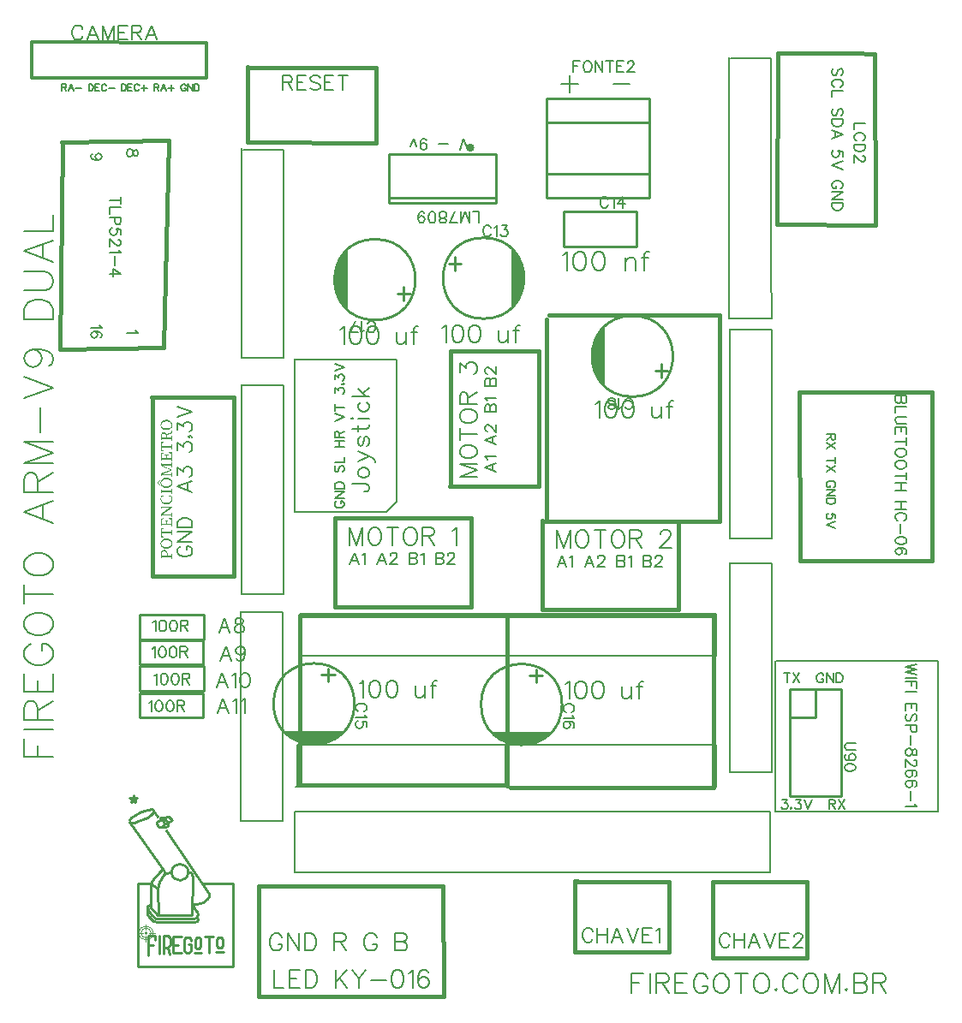
<source format=gto>
G04 Layer: TopSilkLayer*
G04 EasyEDA v6.4.19.5, 2021-04-28T11:36:21--3:00*
G04 a7b3d4a08c6744a69a75d88212847143,e32968b322094deeae1279e20ae9dd51,10*
G04 Gerber Generator version 0.2*
G04 Scale: 100 percent, Rotated: No, Reflected: No *
G04 Dimensions in millimeters *
G04 leading zeros omitted , absolute positions ,4 integer and 5 decimal *
%FSLAX45Y45*%
%MOMM*%

%ADD10C,0.2540*%
%ADD13C,0.1000*%
%ADD37C,0.2032*%
%ADD38C,0.4000*%
%ADD39C,0.3000*%
%ADD40C,0.2000*%
%ADD41C,0.1500*%
%ADD42C,0.1524*%

%LPD*%
G36*
X49673408Y4074668D02*
G01*
X49666550Y4074414D01*
X49660098Y4073550D01*
X49654053Y4072229D01*
X49648414Y4070400D01*
X49643233Y4068165D01*
X49638407Y4065524D01*
X49634038Y4062476D01*
X49630126Y4059123D01*
X49626621Y4055465D01*
X49623573Y4051503D01*
X49620982Y4047337D01*
X49618849Y4042968D01*
X49617172Y4038396D01*
X49615953Y4033723D01*
X49615242Y4028948D01*
X49614988Y4024122D01*
X49622354Y4024122D01*
X49622862Y4029659D01*
X49624335Y4034637D01*
X49626672Y4039057D01*
X49629771Y4043019D01*
X49633632Y4046474D01*
X49638102Y4049420D01*
X49643080Y4051909D01*
X49648567Y4053890D01*
X49654409Y4055465D01*
X49660556Y4056532D01*
X49666906Y4057192D01*
X49673408Y4057396D01*
X49679961Y4057192D01*
X49686362Y4056532D01*
X49692560Y4055465D01*
X49698402Y4053890D01*
X49703888Y4051909D01*
X49708866Y4049420D01*
X49713286Y4046474D01*
X49717096Y4043019D01*
X49720195Y4039057D01*
X49722532Y4034637D01*
X49723954Y4029659D01*
X49724462Y4024122D01*
X49723954Y4018534D01*
X49722532Y4013504D01*
X49720195Y4008932D01*
X49717096Y4004919D01*
X49713286Y4001363D01*
X49708866Y3998366D01*
X49703888Y3995775D01*
X49698402Y3993743D01*
X49692560Y3992118D01*
X49686362Y3991000D01*
X49679961Y3990340D01*
X49673408Y3990086D01*
X49666906Y3990340D01*
X49660556Y3991000D01*
X49654409Y3992118D01*
X49648567Y3993743D01*
X49643080Y3995775D01*
X49638102Y3998366D01*
X49633632Y4001363D01*
X49629771Y4004919D01*
X49626672Y4008932D01*
X49624335Y4013504D01*
X49622862Y4018534D01*
X49622354Y4024122D01*
X49614988Y4024122D01*
X49615242Y4019194D01*
X49616004Y4014368D01*
X49617274Y4009593D01*
X49619001Y4005021D01*
X49621186Y4000601D01*
X49623827Y3996385D01*
X49626926Y3992372D01*
X49630482Y3988714D01*
X49634495Y3985310D01*
X49638864Y3982262D01*
X49643690Y3979621D01*
X49648872Y3977335D01*
X49654460Y3975506D01*
X49660403Y3974185D01*
X49666753Y3973372D01*
X49673408Y3973068D01*
X49680317Y3973372D01*
X49686819Y3974185D01*
X49692864Y3975506D01*
X49698503Y3977335D01*
X49703736Y3979621D01*
X49708562Y3982262D01*
X49712880Y3985310D01*
X49716842Y3988714D01*
X49720296Y3992372D01*
X49723344Y3996385D01*
X49725935Y4000601D01*
X49728018Y4005021D01*
X49729694Y4009593D01*
X49730863Y4014368D01*
X49731625Y4019194D01*
X49731828Y4024122D01*
X49731574Y4028998D01*
X49730812Y4033824D01*
X49729593Y4038498D01*
X49727866Y4043070D01*
X49725681Y4047439D01*
X49722989Y4051604D01*
X49719890Y4055567D01*
X49716334Y4059224D01*
X49712372Y4062577D01*
X49708003Y4065574D01*
X49703177Y4068216D01*
X49697995Y4070451D01*
X49692407Y4072229D01*
X49686413Y4073601D01*
X49680114Y4074414D01*
G37*
G36*
X49723446Y3965701D02*
G01*
X49722176Y3952748D01*
X49696014Y3944874D01*
X49687683Y3941622D01*
X49681587Y3937457D01*
X49677421Y3932021D01*
X49674932Y3925062D01*
X49673306Y3931767D01*
X49671020Y3937609D01*
X49668074Y3942537D01*
X49664569Y3946550D01*
X49660606Y3949700D01*
X49656288Y3951986D01*
X49651615Y3953306D01*
X49646738Y3953764D01*
X49640236Y3953052D01*
X49634495Y3951020D01*
X49629466Y3947668D01*
X49625300Y3943096D01*
X49621948Y3937304D01*
X49619560Y3930396D01*
X49618036Y3922420D01*
X49617528Y3913378D01*
X49617528Y3897884D01*
X49624132Y3897884D01*
X49624132Y3912615D01*
X49624538Y3918661D01*
X49625656Y3923893D01*
X49627485Y3928262D01*
X49630025Y3931818D01*
X49633225Y3934561D01*
X49637137Y3936492D01*
X49641607Y3937660D01*
X49646738Y3938015D01*
X49651716Y3937609D01*
X49656288Y3936339D01*
X49660403Y3934256D01*
X49663959Y3931361D01*
X49666855Y3927601D01*
X49669039Y3923029D01*
X49670411Y3917594D01*
X49670868Y3911346D01*
X49670868Y3897629D01*
X49617528Y3897884D01*
X49617528Y3866642D01*
X49623370Y3866642D01*
X49625148Y3882136D01*
X49641556Y3882339D01*
X49699824Y3882390D01*
X49721922Y3882136D01*
X49723446Y3866642D01*
X49729288Y3866642D01*
X49729288Y3913632D01*
X49723446Y3913632D01*
X49721668Y3897884D01*
X49677218Y3897629D01*
X49677218Y3906520D01*
X49677929Y3915511D01*
X49680418Y3921861D01*
X49685498Y3926281D01*
X49693728Y3929379D01*
X49720398Y3935984D01*
X49725275Y3938066D01*
X49728628Y3941368D01*
X49730507Y3946245D01*
X49731066Y3953001D01*
X49730964Y3956659D01*
X49729999Y3963060D01*
X49729288Y3965701D01*
G37*
G36*
X49647246Y3855720D02*
G01*
X49617528Y3854704D01*
X49617528Y3763010D01*
X49647246Y3761740D01*
X49647246Y3770122D01*
X49624894Y3774694D01*
X49624894Y3800856D01*
X49647043Y3801110D01*
X49721668Y3800856D01*
X49723446Y3783584D01*
X49729288Y3783584D01*
X49729288Y3833876D01*
X49723446Y3833876D01*
X49721668Y3816858D01*
X49699621Y3816400D01*
X49652580Y3816400D01*
X49624894Y3816858D01*
X49624894Y3843020D01*
X49647246Y3847592D01*
G37*
G36*
X49699570Y3752087D02*
G01*
X49699570Y3743960D01*
X49721922Y3739387D01*
X49721922Y3696715D01*
X49675694Y3696462D01*
X49675694Y3721608D01*
X49691950Y3723894D01*
X49691950Y3730751D01*
X49652580Y3730751D01*
X49652580Y3723894D01*
X49669090Y3721608D01*
X49669090Y3696462D01*
X49624894Y3696715D01*
X49624894Y3736340D01*
X49646992Y3740658D01*
X49646992Y3749040D01*
X49617528Y3748024D01*
X49617528Y3665220D01*
X49623370Y3665220D01*
X49625148Y3680714D01*
X49652631Y3681222D01*
X49710898Y3681018D01*
X49721922Y3680714D01*
X49723446Y3665220D01*
X49729288Y3665220D01*
X49729288Y3751326D01*
G37*
G36*
X49617528Y3650234D02*
G01*
X49617528Y3617976D01*
X49710238Y3581908D01*
X49617528Y3544315D01*
X49617528Y3513836D01*
X49623370Y3513836D01*
X49625148Y3529076D01*
X49721414Y3528822D01*
X49723446Y3513836D01*
X49729288Y3513836D01*
X49729288Y3551174D01*
X49723446Y3551174D01*
X49721414Y3536696D01*
X49664874Y3536594D01*
X49633530Y3535679D01*
X49729288Y3574796D01*
X49729288Y3581908D01*
X49633276Y3619500D01*
X49721922Y3619246D01*
X49723446Y3604768D01*
X49729288Y3604768D01*
X49729288Y3649979D01*
X49723446Y3649979D01*
X49721922Y3634740D01*
X49694134Y3634282D01*
X49647094Y3634282D01*
X49625148Y3634740D01*
X49623370Y3650234D01*
G37*
G36*
X49673408Y3502406D02*
G01*
X49666550Y3502151D01*
X49660098Y3501288D01*
X49654053Y3499967D01*
X49648414Y3498138D01*
X49643233Y3495852D01*
X49638407Y3493160D01*
X49634038Y3490112D01*
X49630126Y3486708D01*
X49626621Y3483051D01*
X49623573Y3479088D01*
X49620982Y3474872D01*
X49618849Y3470503D01*
X49617172Y3465931D01*
X49615953Y3461258D01*
X49615242Y3456432D01*
X49614988Y3451606D01*
X49622354Y3451606D01*
X49622862Y3457143D01*
X49624335Y3462121D01*
X49626672Y3466541D01*
X49629771Y3470503D01*
X49633632Y3473958D01*
X49638102Y3476904D01*
X49643080Y3479393D01*
X49648567Y3481374D01*
X49654409Y3482949D01*
X49660556Y3484016D01*
X49666906Y3484676D01*
X49673408Y3484879D01*
X49679961Y3484676D01*
X49686362Y3484016D01*
X49692560Y3482949D01*
X49698402Y3481374D01*
X49703888Y3479393D01*
X49708866Y3476904D01*
X49713286Y3473958D01*
X49717096Y3470503D01*
X49720195Y3466541D01*
X49722532Y3462121D01*
X49723954Y3457143D01*
X49724462Y3451606D01*
X49723954Y3446018D01*
X49722532Y3440988D01*
X49720195Y3436467D01*
X49717096Y3432454D01*
X49713286Y3428949D01*
X49708866Y3425951D01*
X49703888Y3423462D01*
X49698402Y3421379D01*
X49692560Y3419805D01*
X49686362Y3418687D01*
X49679961Y3418027D01*
X49673408Y3417824D01*
X49666906Y3418027D01*
X49660556Y3418687D01*
X49654409Y3419805D01*
X49648567Y3421379D01*
X49643080Y3423462D01*
X49638102Y3425951D01*
X49633632Y3428949D01*
X49629771Y3432454D01*
X49626672Y3436467D01*
X49624335Y3440988D01*
X49622862Y3446018D01*
X49622354Y3451606D01*
X49614988Y3451606D01*
X49615242Y3446729D01*
X49616004Y3441903D01*
X49617274Y3437178D01*
X49619001Y3432606D01*
X49621186Y3428187D01*
X49623827Y3423970D01*
X49626926Y3420008D01*
X49630482Y3416300D01*
X49634495Y3412896D01*
X49638864Y3409797D01*
X49643690Y3407156D01*
X49648872Y3404870D01*
X49654460Y3403041D01*
X49660403Y3401669D01*
X49666753Y3400856D01*
X49673408Y3400551D01*
X49680317Y3400856D01*
X49686819Y3401669D01*
X49692864Y3402990D01*
X49698503Y3404819D01*
X49703736Y3407105D01*
X49708562Y3409746D01*
X49712880Y3412794D01*
X49716842Y3416198D01*
X49720296Y3419856D01*
X49723344Y3423869D01*
X49725935Y3428085D01*
X49728018Y3432505D01*
X49729694Y3437077D01*
X49730863Y3441852D01*
X49731625Y3446678D01*
X49731828Y3451606D01*
X49731574Y3456482D01*
X49730812Y3461308D01*
X49729593Y3466033D01*
X49727866Y3470605D01*
X49725681Y3474974D01*
X49722989Y3479190D01*
X49719890Y3483152D01*
X49716334Y3486810D01*
X49712372Y3490214D01*
X49708003Y3493262D01*
X49703177Y3495903D01*
X49697995Y3498138D01*
X49692407Y3499967D01*
X49686413Y3501288D01*
X49680114Y3502151D01*
G37*
G36*
X49606352Y3476244D02*
G01*
X49586540Y3454400D01*
X49586540Y3448812D01*
X49606352Y3426968D01*
X49609654Y3429508D01*
X49597208Y3451351D01*
X49609654Y3473450D01*
G37*
G36*
X49617528Y3388868D02*
G01*
X49617528Y3341878D01*
X49623370Y3341878D01*
X49625148Y3357372D01*
X49641556Y3357575D01*
X49699824Y3357626D01*
X49721922Y3357372D01*
X49723446Y3341878D01*
X49729288Y3341878D01*
X49729288Y3388868D01*
X49723446Y3388868D01*
X49721668Y3373374D01*
X49699621Y3372916D01*
X49652631Y3372916D01*
X49625148Y3373374D01*
X49623370Y3388868D01*
G37*
G36*
X49699062Y3327400D02*
G01*
X49699062Y3318256D01*
X49720398Y3314192D01*
X49722328Y3309416D01*
X49723598Y3304540D01*
X49724259Y3299714D01*
X49724462Y3294887D01*
X49724106Y3289096D01*
X49722989Y3283610D01*
X49721160Y3278479D01*
X49718620Y3273755D01*
X49715369Y3269437D01*
X49711406Y3265627D01*
X49706784Y3262274D01*
X49701450Y3259480D01*
X49695455Y3257245D01*
X49688750Y3255619D01*
X49681434Y3254603D01*
X49673408Y3254248D01*
X49665432Y3254603D01*
X49658066Y3255721D01*
X49651412Y3257499D01*
X49645417Y3259836D01*
X49640083Y3262782D01*
X49635410Y3266287D01*
X49631447Y3270250D01*
X49628196Y3274669D01*
X49625656Y3279444D01*
X49623827Y3284575D01*
X49622760Y3290011D01*
X49622354Y3295650D01*
X49622608Y3299866D01*
X49623370Y3304082D01*
X49624640Y3308350D01*
X49626418Y3312668D01*
X49647754Y3316732D01*
X49647754Y3325876D01*
X49623116Y3325622D01*
X49619204Y3317392D01*
X49616664Y3309162D01*
X49615394Y3301187D01*
X49614988Y3293618D01*
X49615293Y3287623D01*
X49616106Y3281832D01*
X49617477Y3276346D01*
X49619306Y3271062D01*
X49621643Y3266084D01*
X49624437Y3261410D01*
X49627688Y3257092D01*
X49631346Y3253130D01*
X49635410Y3249523D01*
X49639880Y3246323D01*
X49644655Y3243580D01*
X49649837Y3241243D01*
X49655323Y3239414D01*
X49661064Y3238093D01*
X49667109Y3237280D01*
X49673408Y3236976D01*
X49679809Y3237230D01*
X49685905Y3238042D01*
X49691747Y3239312D01*
X49697233Y3241141D01*
X49702415Y3243376D01*
X49707190Y3246069D01*
X49711660Y3249168D01*
X49715674Y3252724D01*
X49719331Y3256686D01*
X49722532Y3260953D01*
X49725326Y3265627D01*
X49727612Y3270605D01*
X49729440Y3275939D01*
X49730761Y3281578D01*
X49731574Y3287471D01*
X49731828Y3293618D01*
X49731371Y3302457D01*
X49729898Y3310940D01*
X49727358Y3319221D01*
X49723700Y3327146D01*
G37*
G36*
X49617528Y3225292D02*
G01*
X49617528Y3185922D01*
X49623370Y3185922D01*
X49625402Y3203702D01*
X49702872Y3203956D01*
X49617528Y3142234D01*
X49617528Y3116580D01*
X49623370Y3116580D01*
X49624894Y3128264D01*
X49626926Y3130042D01*
X49721414Y3129788D01*
X49723446Y3115818D01*
X49729288Y3115818D01*
X49729288Y3155188D01*
X49723446Y3155188D01*
X49721160Y3137408D01*
X49636832Y3137154D01*
X49730304Y3205226D01*
X49730304Y3211068D01*
X49625402Y3211322D01*
X49623370Y3225292D01*
G37*
G36*
X49699570Y3103118D02*
G01*
X49699570Y3094736D01*
X49721922Y3090418D01*
X49721922Y3047492D01*
X49675694Y3047238D01*
X49675694Y3072638D01*
X49691950Y3074924D01*
X49691950Y3081782D01*
X49652580Y3081782D01*
X49652580Y3074924D01*
X49669090Y3072384D01*
X49669090Y3047238D01*
X49624894Y3047492D01*
X49624894Y3087116D01*
X49646992Y3091688D01*
X49646992Y3099816D01*
X49617528Y3099054D01*
X49617528Y3016250D01*
X49623370Y3016250D01*
X49625148Y3031744D01*
X49641556Y3031947D01*
X49699824Y3031998D01*
X49721922Y3031744D01*
X49723446Y3016250D01*
X49729288Y3016250D01*
X49729288Y3102102D01*
G37*
G36*
X49647246Y3005328D02*
G01*
X49617528Y3004312D01*
X49617528Y2912618D01*
X49647246Y2911348D01*
X49647246Y2919730D01*
X49624894Y2924302D01*
X49624894Y2950464D01*
X49647043Y2950718D01*
X49721668Y2950464D01*
X49723446Y2933192D01*
X49729288Y2933192D01*
X49729288Y2983484D01*
X49723446Y2983484D01*
X49721668Y2966466D01*
X49699621Y2966008D01*
X49652580Y2966008D01*
X49624894Y2966466D01*
X49624894Y2992628D01*
X49647246Y2997200D01*
G37*
G36*
X49673408Y2901696D02*
G01*
X49666550Y2901442D01*
X49660098Y2900578D01*
X49654053Y2899257D01*
X49648414Y2897428D01*
X49643233Y2895142D01*
X49638407Y2892450D01*
X49634038Y2889402D01*
X49630126Y2885998D01*
X49626621Y2882341D01*
X49623573Y2878378D01*
X49620982Y2874162D01*
X49618849Y2869793D01*
X49617172Y2865221D01*
X49615953Y2860548D01*
X49615242Y2855722D01*
X49614988Y2850896D01*
X49622354Y2850896D01*
X49622862Y2856433D01*
X49624335Y2861411D01*
X49626672Y2865831D01*
X49629771Y2869793D01*
X49633632Y2873248D01*
X49638102Y2876194D01*
X49643080Y2878683D01*
X49648567Y2880664D01*
X49654409Y2882239D01*
X49660556Y2883306D01*
X49666906Y2883966D01*
X49673408Y2884170D01*
X49679961Y2883966D01*
X49686362Y2883306D01*
X49692560Y2882239D01*
X49698402Y2880664D01*
X49703888Y2878683D01*
X49708866Y2876194D01*
X49713286Y2873248D01*
X49717096Y2869793D01*
X49720195Y2865831D01*
X49722532Y2861411D01*
X49723954Y2856433D01*
X49724462Y2850896D01*
X49723954Y2845308D01*
X49722532Y2840278D01*
X49720195Y2835757D01*
X49717096Y2831744D01*
X49713286Y2828239D01*
X49708866Y2825242D01*
X49703888Y2822752D01*
X49698402Y2820670D01*
X49692560Y2819095D01*
X49686362Y2817977D01*
X49679961Y2817317D01*
X49673408Y2817114D01*
X49666906Y2817317D01*
X49660556Y2817977D01*
X49654409Y2819095D01*
X49648567Y2820670D01*
X49643080Y2822752D01*
X49638102Y2825242D01*
X49633632Y2828239D01*
X49629771Y2831744D01*
X49626672Y2835757D01*
X49624335Y2840278D01*
X49622862Y2845308D01*
X49622354Y2850896D01*
X49614988Y2850896D01*
X49615242Y2846019D01*
X49616004Y2841193D01*
X49617274Y2836468D01*
X49619001Y2831896D01*
X49621186Y2827477D01*
X49623827Y2823260D01*
X49626926Y2819298D01*
X49630482Y2815590D01*
X49634495Y2812186D01*
X49638864Y2809087D01*
X49643690Y2806446D01*
X49648872Y2804160D01*
X49654460Y2802331D01*
X49660403Y2800959D01*
X49666753Y2800146D01*
X49673408Y2799842D01*
X49680317Y2800146D01*
X49686819Y2800959D01*
X49692864Y2802280D01*
X49698503Y2804109D01*
X49703736Y2806395D01*
X49708562Y2809036D01*
X49712880Y2812084D01*
X49716842Y2815488D01*
X49720296Y2819146D01*
X49723344Y2823159D01*
X49725935Y2827375D01*
X49728018Y2831795D01*
X49729694Y2836367D01*
X49730863Y2841142D01*
X49731625Y2845968D01*
X49731828Y2850896D01*
X49731574Y2855772D01*
X49730812Y2860598D01*
X49729593Y2865323D01*
X49727866Y2869895D01*
X49725681Y2874264D01*
X49722989Y2878480D01*
X49719890Y2882442D01*
X49716334Y2886100D01*
X49712372Y2889504D01*
X49708003Y2892552D01*
X49703177Y2895193D01*
X49697995Y2897428D01*
X49692407Y2899257D01*
X49686413Y2900578D01*
X49680114Y2901442D01*
G37*
G36*
X49650548Y2787650D02*
G01*
X49645773Y2787345D01*
X49641252Y2786481D01*
X49637035Y2785059D01*
X49633174Y2782976D01*
X49629720Y2780385D01*
X49626621Y2777185D01*
X49623929Y2773375D01*
X49621694Y2769006D01*
X49619916Y2764078D01*
X49618595Y2758541D01*
X49617833Y2752445D01*
X49617528Y2745740D01*
X49617528Y2732278D01*
X49624132Y2732278D01*
X49624132Y2742946D01*
X49624589Y2749956D01*
X49625910Y2755950D01*
X49628094Y2760929D01*
X49631092Y2764942D01*
X49634851Y2768041D01*
X49639372Y2770225D01*
X49644604Y2771495D01*
X49650548Y2771902D01*
X49656390Y2771495D01*
X49661724Y2770276D01*
X49666398Y2768142D01*
X49670360Y2765094D01*
X49673611Y2761081D01*
X49675999Y2756052D01*
X49677472Y2749956D01*
X49677980Y2742692D01*
X49677980Y2732024D01*
X49617528Y2732278D01*
X49617528Y2700782D01*
X49623370Y2700782D01*
X49625148Y2716530D01*
X49641556Y2716733D01*
X49699824Y2716784D01*
X49721922Y2716530D01*
X49723446Y2700782D01*
X49729288Y2700782D01*
X49729288Y2748280D01*
X49723446Y2748280D01*
X49721668Y2732278D01*
X49684584Y2732024D01*
X49684584Y2740914D01*
X49684279Y2748889D01*
X49683365Y2756001D01*
X49681942Y2762351D01*
X49679961Y2767939D01*
X49677523Y2772765D01*
X49674627Y2776880D01*
X49671376Y2780284D01*
X49667718Y2782976D01*
X49663807Y2785059D01*
X49659590Y2786532D01*
X49655171Y2787396D01*
G37*
D41*
X48843989Y7941652D02*
G01*
X48837131Y7955368D01*
X48823415Y7969084D01*
X48809699Y7975942D01*
X48782521Y7975942D01*
X48768805Y7969084D01*
X48755343Y7955368D01*
X48748485Y7941652D01*
X48741627Y7921332D01*
X48741627Y7887296D01*
X48748485Y7866722D01*
X48755343Y7853006D01*
X48768805Y7839544D01*
X48782521Y7832686D01*
X48809699Y7832686D01*
X48823415Y7839544D01*
X48837131Y7853006D01*
X48843989Y7866722D01*
X48943303Y7975942D02*
G01*
X48888947Y7832686D01*
X48943303Y7975942D02*
G01*
X48997913Y7832686D01*
X48909267Y7880438D02*
G01*
X48977593Y7880438D01*
X49042871Y7975942D02*
G01*
X49042871Y7832686D01*
X49042871Y7975942D02*
G01*
X49097481Y7832686D01*
X49152091Y7975942D02*
G01*
X49097481Y7832686D01*
X49152091Y7975942D02*
G01*
X49152091Y7832686D01*
X49197049Y7975942D02*
G01*
X49197049Y7832686D01*
X49197049Y7975942D02*
G01*
X49285695Y7975942D01*
X49197049Y7907616D02*
G01*
X49251659Y7907616D01*
X49197049Y7832686D02*
G01*
X49285695Y7832686D01*
X49330653Y7975942D02*
G01*
X49330653Y7832686D01*
X49330653Y7975942D02*
G01*
X49392121Y7975942D01*
X49412441Y7969084D01*
X49419299Y7962226D01*
X49426157Y7948510D01*
X49426157Y7935048D01*
X49419299Y7921332D01*
X49412441Y7914474D01*
X49392121Y7907616D01*
X49330653Y7907616D01*
X49378405Y7907616D02*
G01*
X49426157Y7832686D01*
X49525725Y7975942D02*
G01*
X49471115Y7832686D01*
X49525725Y7975942D02*
G01*
X49580335Y7832686D01*
X49491689Y7880438D02*
G01*
X49559761Y7880438D01*
D37*
X50233282Y1317640D02*
G01*
X50178672Y1174638D01*
X50233282Y1317640D02*
G01*
X50287892Y1174638D01*
X50199246Y1222390D02*
G01*
X50267318Y1222390D01*
X50332850Y1290462D02*
G01*
X50346566Y1297320D01*
X50366886Y1317640D01*
X50366886Y1174638D01*
X50412098Y1290462D02*
G01*
X50425560Y1297320D01*
X50446134Y1317640D01*
X50446134Y1174638D01*
X50224138Y1570370D02*
G01*
X50169528Y1427368D01*
X50224138Y1570370D02*
G01*
X50278748Y1427368D01*
X50190102Y1475120D02*
G01*
X50258174Y1475120D01*
X50323706Y1543192D02*
G01*
X50337422Y1550050D01*
X50357742Y1570370D01*
X50357742Y1427368D01*
X50443594Y1570370D02*
G01*
X50423274Y1563766D01*
X50409558Y1543192D01*
X50402700Y1509156D01*
X50402700Y1488582D01*
X50409558Y1454546D01*
X50423274Y1433972D01*
X50443594Y1427368D01*
X50457310Y1427368D01*
X50477884Y1433972D01*
X50491346Y1454546D01*
X50498204Y1488582D01*
X50498204Y1509156D01*
X50491346Y1543192D01*
X50477884Y1563766D01*
X50457310Y1570370D01*
X50443594Y1570370D01*
X50260714Y1835546D02*
G01*
X50206104Y1692290D01*
X50260714Y1835546D02*
G01*
X50315324Y1692290D01*
X50226678Y1740042D02*
G01*
X50294750Y1740042D01*
X50448928Y1787794D02*
G01*
X50442070Y1767474D01*
X50428354Y1753758D01*
X50408034Y1746900D01*
X50401176Y1746900D01*
X50380856Y1753758D01*
X50367140Y1767474D01*
X50360282Y1787794D01*
X50360282Y1794652D01*
X50367140Y1815226D01*
X50380856Y1828688D01*
X50401176Y1835546D01*
X50408034Y1835546D01*
X50428354Y1828688D01*
X50442070Y1815226D01*
X50448928Y1787794D01*
X50448928Y1753758D01*
X50442070Y1719722D01*
X50428354Y1699148D01*
X50408034Y1692290D01*
X50394318Y1692290D01*
X50373998Y1699148D01*
X50367140Y1712864D01*
X50246620Y2111275D02*
G01*
X50192010Y1968019D01*
X50246620Y2111275D02*
G01*
X50301230Y1968019D01*
X50212584Y2015771D02*
G01*
X50280656Y2015771D01*
X50380224Y2111275D02*
G01*
X50359904Y2104417D01*
X50353046Y2090701D01*
X50353046Y2076985D01*
X50359904Y2063523D01*
X50373366Y2056665D01*
X50400798Y2049807D01*
X50421118Y2042949D01*
X50434834Y2029233D01*
X50441692Y2015771D01*
X50441692Y1995197D01*
X50434834Y1981735D01*
X50427976Y1974877D01*
X50407656Y1968019D01*
X50380224Y1968019D01*
X50359904Y1974877D01*
X50353046Y1981735D01*
X50346188Y1995197D01*
X50346188Y2015771D01*
X50353046Y2029233D01*
X50366762Y2042949D01*
X50387082Y2049807D01*
X50414260Y2056665D01*
X50427976Y2063523D01*
X50434834Y2076985D01*
X50434834Y2090701D01*
X50427976Y2104417D01*
X50407656Y2111275D01*
X50380224Y2111275D01*
X48264648Y745617D02*
G01*
X48550906Y745617D01*
X48264648Y745617D02*
G01*
X48264648Y922909D01*
X48401046Y745617D02*
G01*
X48401046Y854582D01*
X48264648Y1012825D02*
G01*
X48550906Y1012825D01*
X48264648Y1102740D02*
G01*
X48550906Y1102740D01*
X48264648Y1102740D02*
G01*
X48264648Y1225677D01*
X48278110Y1266570D01*
X48291826Y1280032D01*
X48319258Y1293748D01*
X48346436Y1293748D01*
X48373614Y1280032D01*
X48387330Y1266570D01*
X48401046Y1225677D01*
X48401046Y1102740D01*
X48401046Y1198245D02*
G01*
X48550906Y1293748D01*
X48264648Y1383664D02*
G01*
X48550906Y1383664D01*
X48264648Y1383664D02*
G01*
X48264648Y1560956D01*
X48401046Y1383664D02*
G01*
X48401046Y1492885D01*
X48550906Y1383664D02*
G01*
X48550906Y1560956D01*
X48332720Y1855596D02*
G01*
X48305542Y1841880D01*
X48278110Y1814703D01*
X48264648Y1787525D01*
X48264648Y1732914D01*
X48278110Y1705482D01*
X48305542Y1678304D01*
X48332720Y1664588D01*
X48373614Y1651127D01*
X48441940Y1651127D01*
X48482834Y1664588D01*
X48510012Y1678304D01*
X48537190Y1705482D01*
X48550906Y1732914D01*
X48550906Y1787525D01*
X48537190Y1814703D01*
X48510012Y1841880D01*
X48482834Y1855596D01*
X48441940Y1855596D01*
X48441940Y1787525D02*
G01*
X48441940Y1855596D01*
X48264648Y2027301D02*
G01*
X48278110Y2000122D01*
X48305542Y1972945D01*
X48332720Y1959229D01*
X48373614Y1945512D01*
X48441940Y1945512D01*
X48482834Y1959229D01*
X48510012Y1972945D01*
X48537190Y2000122D01*
X48550906Y2027301D01*
X48550906Y2081911D01*
X48537190Y2109343D01*
X48510012Y2136520D01*
X48482834Y2150237D01*
X48441940Y2163698D01*
X48373614Y2163698D01*
X48332720Y2150237D01*
X48305542Y2136520D01*
X48278110Y2109343D01*
X48264648Y2081911D01*
X48264648Y2027301D01*
X48264648Y2349119D02*
G01*
X48550906Y2349119D01*
X48264648Y2253869D02*
G01*
X48264648Y2444622D01*
X48264648Y2616580D02*
G01*
X48278110Y2589148D01*
X48305542Y2561970D01*
X48332720Y2548254D01*
X48373614Y2534793D01*
X48441940Y2534793D01*
X48482834Y2548254D01*
X48510012Y2561970D01*
X48537190Y2589148D01*
X48550906Y2616580D01*
X48550906Y2670937D01*
X48537190Y2698369D01*
X48510012Y2725546D01*
X48482834Y2739262D01*
X48441940Y2752979D01*
X48373614Y2752979D01*
X48332720Y2739262D01*
X48305542Y2725546D01*
X48278110Y2698369D01*
X48264648Y2670937D01*
X48264648Y2616580D01*
X48264648Y3161919D02*
G01*
X48550906Y3052953D01*
X48264648Y3161919D02*
G01*
X48550906Y3271138D01*
X48455402Y3093846D02*
G01*
X48455402Y3230245D01*
X48264648Y3361054D02*
G01*
X48550906Y3361054D01*
X48264648Y3361054D02*
G01*
X48264648Y3483737D01*
X48278110Y3524630D01*
X48291826Y3538346D01*
X48319258Y3552062D01*
X48346436Y3552062D01*
X48373614Y3538346D01*
X48387330Y3524630D01*
X48401046Y3483737D01*
X48401046Y3361054D01*
X48401046Y3456559D02*
G01*
X48550906Y3552062D01*
X48264648Y3641979D02*
G01*
X48550906Y3641979D01*
X48264648Y3641979D02*
G01*
X48550906Y3750945D01*
X48264648Y3860164D02*
G01*
X48550906Y3750945D01*
X48264648Y3860164D02*
G01*
X48550906Y3860164D01*
X48428224Y3950080D02*
G01*
X48428224Y4195698D01*
X48264648Y4285614D02*
G01*
X48550906Y4394580D01*
X48264648Y4503801D02*
G01*
X48550906Y4394580D01*
X48360152Y4771009D02*
G01*
X48401046Y4757293D01*
X48428224Y4730114D01*
X48441940Y4689220D01*
X48441940Y4675504D01*
X48428224Y4634611D01*
X48401046Y4607432D01*
X48360152Y4593717D01*
X48346436Y4593717D01*
X48305542Y4607432D01*
X48278110Y4634611D01*
X48264648Y4675504D01*
X48264648Y4689220D01*
X48278110Y4730114D01*
X48305542Y4757293D01*
X48360152Y4771009D01*
X48428224Y4771009D01*
X48496296Y4757293D01*
X48537190Y4730114D01*
X48550906Y4689220D01*
X48550906Y4662043D01*
X48537190Y4621148D01*
X48510012Y4607432D01*
X48264648Y5070982D02*
G01*
X48550906Y5070982D01*
X48264648Y5070982D02*
G01*
X48264648Y5166487D01*
X48278110Y5207380D01*
X48305542Y5234559D01*
X48332720Y5248275D01*
X48373614Y5261990D01*
X48441940Y5261990D01*
X48482834Y5248275D01*
X48510012Y5234559D01*
X48537190Y5207380D01*
X48550906Y5166487D01*
X48550906Y5070982D01*
X48264648Y5351906D02*
G01*
X48469118Y5351906D01*
X48510012Y5365622D01*
X48537190Y5392801D01*
X48550906Y5433695D01*
X48550906Y5461127D01*
X48537190Y5502020D01*
X48510012Y5529198D01*
X48469118Y5542914D01*
X48264648Y5542914D01*
X48264648Y5742051D02*
G01*
X48550906Y5632830D01*
X48264648Y5742051D02*
G01*
X48550906Y5851017D01*
X48455402Y5673725D02*
G01*
X48455402Y5810122D01*
X48264648Y5940932D02*
G01*
X48550906Y5940932D01*
X48550906Y5940932D02*
G01*
X48550906Y6104762D01*
X53658079Y7478664D02*
G01*
X53658079Y7312294D01*
X53575021Y7395606D02*
G01*
X53741137Y7395606D01*
X54086577Y7395606D02*
G01*
X54252947Y7395606D01*
D41*
X53589384Y5702696D02*
G01*
X53607672Y5711840D01*
X53634850Y5739018D01*
X53634850Y5548264D01*
X53749404Y5739018D02*
G01*
X53722226Y5730128D01*
X53703938Y5702696D01*
X53695048Y5657230D01*
X53695048Y5630052D01*
X53703938Y5584586D01*
X53722226Y5557408D01*
X53749404Y5548264D01*
X53767692Y5548264D01*
X53794870Y5557408D01*
X53813158Y5584586D01*
X53822302Y5630052D01*
X53822302Y5657230D01*
X53813158Y5702696D01*
X53794870Y5730128D01*
X53767692Y5739018D01*
X53749404Y5739018D01*
X53936856Y5739018D02*
G01*
X53909424Y5730128D01*
X53891390Y5702696D01*
X53882246Y5657230D01*
X53882246Y5630052D01*
X53891390Y5584586D01*
X53909424Y5557408D01*
X53936856Y5548264D01*
X53954890Y5548264D01*
X53982322Y5557408D01*
X54000356Y5584586D01*
X54009500Y5630052D01*
X54009500Y5657230D01*
X54000356Y5702696D01*
X53982322Y5730128D01*
X53954890Y5739018D01*
X53936856Y5739018D01*
X54209398Y5675518D02*
G01*
X54209398Y5548264D01*
X54209398Y5639196D02*
G01*
X54236830Y5666374D01*
X54254864Y5675518D01*
X54282296Y5675518D01*
X54300330Y5666374D01*
X54309474Y5639196D01*
X54309474Y5548264D01*
X54442316Y5739018D02*
G01*
X54424028Y5739018D01*
X54405740Y5730128D01*
X54396850Y5702696D01*
X54396850Y5548264D01*
X54369418Y5675518D02*
G01*
X54433172Y5675518D01*
X53913559Y4232196D02*
G01*
X53930069Y4240326D01*
X53954453Y4264710D01*
X53954453Y4093004D01*
X54057577Y4264710D02*
G01*
X54032939Y4256582D01*
X54016683Y4232196D01*
X54008555Y4191304D01*
X54008555Y4166666D01*
X54016683Y4125772D01*
X54032939Y4101134D01*
X54057577Y4093004D01*
X54073833Y4093004D01*
X54098471Y4101134D01*
X54114981Y4125772D01*
X54123109Y4166666D01*
X54123109Y4191304D01*
X54114981Y4232196D01*
X54098471Y4256582D01*
X54073833Y4264710D01*
X54057577Y4264710D01*
X54226233Y4264710D02*
G01*
X54201595Y4256582D01*
X54185339Y4232196D01*
X54176957Y4191304D01*
X54176957Y4166666D01*
X54185339Y4125772D01*
X54201595Y4101134D01*
X54226233Y4093004D01*
X54242489Y4093004D01*
X54267127Y4101134D01*
X54283383Y4125772D01*
X54291511Y4166666D01*
X54291511Y4191304D01*
X54283383Y4232196D01*
X54267127Y4256582D01*
X54242489Y4264710D01*
X54226233Y4264710D01*
X54471597Y4207560D02*
G01*
X54471597Y4125772D01*
X54479725Y4101134D01*
X54496235Y4093004D01*
X54520619Y4093004D01*
X54537129Y4101134D01*
X54561513Y4125772D01*
X54561513Y4207560D02*
G01*
X54561513Y4093004D01*
X54681147Y4264710D02*
G01*
X54664637Y4264710D01*
X54648381Y4256582D01*
X54640253Y4232196D01*
X54640253Y4093004D01*
X54615615Y4207560D02*
G01*
X54672765Y4207560D01*
X52400062Y4979898D02*
G01*
X52416572Y4988024D01*
X52440956Y5012408D01*
X52440956Y4840706D01*
X52544080Y5012408D02*
G01*
X52519442Y5004282D01*
X52503186Y4979898D01*
X52495058Y4939002D01*
X52495058Y4914366D01*
X52503186Y4873472D01*
X52519442Y4848832D01*
X52544080Y4840706D01*
X52560336Y4840706D01*
X52584974Y4848832D01*
X52601484Y4873472D01*
X52609612Y4914366D01*
X52609612Y4939002D01*
X52601484Y4979898D01*
X52584974Y5004282D01*
X52560336Y5012408D01*
X52544080Y5012408D01*
X52712736Y5012408D02*
G01*
X52688098Y5004282D01*
X52671842Y4979898D01*
X52663460Y4939002D01*
X52663460Y4914366D01*
X52671842Y4873472D01*
X52688098Y4848832D01*
X52712736Y4840706D01*
X52728992Y4840706D01*
X52753630Y4848832D01*
X52769886Y4873472D01*
X52778014Y4914366D01*
X52778014Y4939002D01*
X52769886Y4979898D01*
X52753630Y5004282D01*
X52728992Y5012408D01*
X52712736Y5012408D01*
X52958100Y4955258D02*
G01*
X52958100Y4873472D01*
X52966228Y4848832D01*
X52982738Y4840706D01*
X53007122Y4840706D01*
X53023632Y4848832D01*
X53048016Y4873472D01*
X53048016Y4955258D02*
G01*
X53048016Y4840706D01*
X53167650Y5012408D02*
G01*
X53151140Y5012408D01*
X53134884Y5004282D01*
X53126756Y4979898D01*
X53126756Y4840706D01*
X53102118Y4955258D02*
G01*
X53159268Y4955258D01*
X51390880Y4964628D02*
G01*
X51407390Y4972756D01*
X51431774Y4997140D01*
X51431774Y4825436D01*
X51534898Y4997140D02*
G01*
X51510260Y4989012D01*
X51494004Y4964628D01*
X51485876Y4923734D01*
X51485876Y4899096D01*
X51494004Y4858202D01*
X51510260Y4833564D01*
X51534898Y4825436D01*
X51551154Y4825436D01*
X51575792Y4833564D01*
X51592302Y4858202D01*
X51600430Y4899096D01*
X51600430Y4923734D01*
X51592302Y4964628D01*
X51575792Y4989012D01*
X51551154Y4997140D01*
X51534898Y4997140D01*
X51703554Y4997140D02*
G01*
X51678916Y4989012D01*
X51662660Y4964628D01*
X51654278Y4923734D01*
X51654278Y4899096D01*
X51662660Y4858202D01*
X51678916Y4833564D01*
X51703554Y4825436D01*
X51719810Y4825436D01*
X51744448Y4833564D01*
X51760704Y4858202D01*
X51768832Y4899096D01*
X51768832Y4923734D01*
X51760704Y4964628D01*
X51744448Y4989012D01*
X51719810Y4997140D01*
X51703554Y4997140D01*
X51948918Y4939990D02*
G01*
X51948918Y4858202D01*
X51957046Y4833564D01*
X51973556Y4825436D01*
X51997940Y4825436D01*
X52014450Y4833564D01*
X52038834Y4858202D01*
X52038834Y4939990D02*
G01*
X52038834Y4825436D01*
X52158468Y4997140D02*
G01*
X52141958Y4997140D01*
X52125702Y4989012D01*
X52117574Y4964628D01*
X52117574Y4825436D01*
X52092936Y4939990D02*
G01*
X52150086Y4939990D01*
X53618061Y1457505D02*
G01*
X53634573Y1465633D01*
X53658957Y1490017D01*
X53658957Y1318313D01*
X53762079Y1490017D02*
G01*
X53737443Y1481889D01*
X53721187Y1457505D01*
X53713059Y1416611D01*
X53713059Y1391973D01*
X53721187Y1351079D01*
X53737443Y1326441D01*
X53762079Y1318313D01*
X53778337Y1318313D01*
X53802975Y1326441D01*
X53819483Y1351079D01*
X53827611Y1391973D01*
X53827611Y1416611D01*
X53819483Y1457505D01*
X53802975Y1481889D01*
X53778337Y1490017D01*
X53762079Y1490017D01*
X53930737Y1490017D02*
G01*
X53906097Y1481889D01*
X53889843Y1457505D01*
X53881461Y1416611D01*
X53881461Y1391973D01*
X53889843Y1351079D01*
X53906097Y1326441D01*
X53930737Y1318313D01*
X53946993Y1318313D01*
X53971629Y1326441D01*
X53987887Y1351079D01*
X53996013Y1391973D01*
X53996013Y1416611D01*
X53987887Y1457505D01*
X53971629Y1481889D01*
X53946993Y1490017D01*
X53930737Y1490017D01*
X54176099Y1432867D02*
G01*
X54176099Y1351079D01*
X54184227Y1326441D01*
X54200739Y1318313D01*
X54225123Y1318313D01*
X54241631Y1326441D01*
X54266015Y1351079D01*
X54266015Y1432867D02*
G01*
X54266015Y1318313D01*
X54385649Y1490017D02*
G01*
X54369141Y1490017D01*
X54352883Y1481889D01*
X54344757Y1457505D01*
X54344757Y1318313D01*
X54320119Y1432867D02*
G01*
X54377269Y1432867D01*
X51580465Y1465506D02*
G01*
X51596975Y1473634D01*
X51621359Y1498018D01*
X51621359Y1326314D01*
X51724483Y1498018D02*
G01*
X51699845Y1489890D01*
X51683589Y1465506D01*
X51675461Y1424612D01*
X51675461Y1399974D01*
X51683589Y1359080D01*
X51699845Y1334442D01*
X51724483Y1326314D01*
X51740739Y1326314D01*
X51765377Y1334442D01*
X51781887Y1359080D01*
X51790015Y1399974D01*
X51790015Y1424612D01*
X51781887Y1465506D01*
X51765377Y1489890D01*
X51740739Y1498018D01*
X51724483Y1498018D01*
X51893139Y1498018D02*
G01*
X51868501Y1489890D01*
X51852245Y1465506D01*
X51843863Y1424612D01*
X51843863Y1399974D01*
X51852245Y1359080D01*
X51868501Y1334442D01*
X51893139Y1326314D01*
X51909395Y1326314D01*
X51934033Y1334442D01*
X51950289Y1359080D01*
X51958417Y1399974D01*
X51958417Y1424612D01*
X51950289Y1465506D01*
X51934033Y1489890D01*
X51909395Y1498018D01*
X51893139Y1498018D01*
X52138503Y1440868D02*
G01*
X52138503Y1359080D01*
X52146631Y1334442D01*
X52163141Y1326314D01*
X52187525Y1326314D01*
X52204035Y1334442D01*
X52228419Y1359080D01*
X52228419Y1440868D02*
G01*
X52228419Y1326314D01*
X52348053Y1498018D02*
G01*
X52331543Y1498018D01*
X52315287Y1489890D01*
X52307159Y1465506D01*
X52307159Y1326314D01*
X52282521Y1440868D02*
G01*
X52339671Y1440868D01*
D37*
X54269040Y-1403647D02*
G01*
X54269040Y-1597703D01*
X54269040Y-1403647D02*
G01*
X54389182Y-1403647D01*
X54269040Y-1496103D02*
G01*
X54342954Y-1496103D01*
X54450142Y-1403647D02*
G01*
X54450142Y-1597703D01*
X54511102Y-1403647D02*
G01*
X54511102Y-1597703D01*
X54511102Y-1403647D02*
G01*
X54594160Y-1403647D01*
X54622100Y-1412791D01*
X54631244Y-1422189D01*
X54640388Y-1440731D01*
X54640388Y-1459019D01*
X54631244Y-1477561D01*
X54622100Y-1486705D01*
X54594160Y-1496103D01*
X54511102Y-1496103D01*
X54575872Y-1496103D02*
G01*
X54640388Y-1597703D01*
X54701348Y-1403647D02*
G01*
X54701348Y-1597703D01*
X54701348Y-1403647D02*
G01*
X54821490Y-1403647D01*
X54701348Y-1496103D02*
G01*
X54775262Y-1496103D01*
X54701348Y-1597703D02*
G01*
X54821490Y-1597703D01*
X55020880Y-1449875D02*
G01*
X55011736Y-1431333D01*
X54993194Y-1412791D01*
X54974906Y-1403647D01*
X54937822Y-1403647D01*
X54919280Y-1412791D01*
X54900992Y-1431333D01*
X54891594Y-1449875D01*
X54882450Y-1477561D01*
X54882450Y-1523789D01*
X54891594Y-1551475D01*
X54900992Y-1570017D01*
X54919280Y-1588305D01*
X54937822Y-1597703D01*
X54974906Y-1597703D01*
X54993194Y-1588305D01*
X55011736Y-1570017D01*
X55020880Y-1551475D01*
X55020880Y-1523789D01*
X54974906Y-1523789D02*
G01*
X55020880Y-1523789D01*
X55137466Y-1403647D02*
G01*
X55118924Y-1412791D01*
X55100382Y-1431333D01*
X55091238Y-1449875D01*
X55081840Y-1477561D01*
X55081840Y-1523789D01*
X55091238Y-1551475D01*
X55100382Y-1570017D01*
X55118924Y-1588305D01*
X55137466Y-1597703D01*
X55174296Y-1597703D01*
X55192838Y-1588305D01*
X55211380Y-1570017D01*
X55220524Y-1551475D01*
X55229668Y-1523789D01*
X55229668Y-1477561D01*
X55220524Y-1449875D01*
X55211380Y-1431333D01*
X55192838Y-1412791D01*
X55174296Y-1403647D01*
X55137466Y-1403647D01*
X55355398Y-1403647D02*
G01*
X55355398Y-1597703D01*
X55290628Y-1403647D02*
G01*
X55419914Y-1403647D01*
X55536500Y-1403647D02*
G01*
X55517958Y-1412791D01*
X55499416Y-1431333D01*
X55490272Y-1449875D01*
X55480874Y-1477561D01*
X55480874Y-1523789D01*
X55490272Y-1551475D01*
X55499416Y-1570017D01*
X55517958Y-1588305D01*
X55536500Y-1597703D01*
X55573330Y-1597703D01*
X55591872Y-1588305D01*
X55610160Y-1570017D01*
X55619558Y-1551475D01*
X55628702Y-1523789D01*
X55628702Y-1477561D01*
X55619558Y-1449875D01*
X55610160Y-1431333D01*
X55591872Y-1412791D01*
X55573330Y-1403647D01*
X55536500Y-1403647D01*
X55699060Y-1551475D02*
G01*
X55689662Y-1560619D01*
X55699060Y-1570017D01*
X55708204Y-1560619D01*
X55699060Y-1551475D01*
X55907594Y-1449875D02*
G01*
X55898450Y-1431333D01*
X55879908Y-1412791D01*
X55861620Y-1403647D01*
X55824536Y-1403647D01*
X55805994Y-1412791D01*
X55787706Y-1431333D01*
X55778308Y-1449875D01*
X55769164Y-1477561D01*
X55769164Y-1523789D01*
X55778308Y-1551475D01*
X55787706Y-1570017D01*
X55805994Y-1588305D01*
X55824536Y-1597703D01*
X55861620Y-1597703D01*
X55879908Y-1588305D01*
X55898450Y-1570017D01*
X55907594Y-1551475D01*
X56024180Y-1403647D02*
G01*
X56005638Y-1412791D01*
X55987096Y-1431333D01*
X55977952Y-1449875D01*
X55968554Y-1477561D01*
X55968554Y-1523789D01*
X55977952Y-1551475D01*
X55987096Y-1570017D01*
X56005638Y-1588305D01*
X56024180Y-1597703D01*
X56061010Y-1597703D01*
X56079552Y-1588305D01*
X56097840Y-1570017D01*
X56107238Y-1551475D01*
X56116382Y-1523789D01*
X56116382Y-1477561D01*
X56107238Y-1449875D01*
X56097840Y-1431333D01*
X56079552Y-1412791D01*
X56061010Y-1403647D01*
X56024180Y-1403647D01*
X56177342Y-1403647D02*
G01*
X56177342Y-1597703D01*
X56177342Y-1403647D02*
G01*
X56251256Y-1597703D01*
X56325170Y-1403647D02*
G01*
X56251256Y-1597703D01*
X56325170Y-1403647D02*
G01*
X56325170Y-1597703D01*
X56395274Y-1551475D02*
G01*
X56386130Y-1560619D01*
X56395274Y-1570017D01*
X56404672Y-1560619D01*
X56395274Y-1551475D01*
X56465632Y-1403647D02*
G01*
X56465632Y-1597703D01*
X56465632Y-1403647D02*
G01*
X56548690Y-1403647D01*
X56576376Y-1412791D01*
X56585520Y-1422189D01*
X56594918Y-1440731D01*
X56594918Y-1459019D01*
X56585520Y-1477561D01*
X56576376Y-1486705D01*
X56548690Y-1496103D01*
X56465632Y-1496103D02*
G01*
X56548690Y-1496103D01*
X56576376Y-1505247D01*
X56585520Y-1514391D01*
X56594918Y-1532933D01*
X56594918Y-1560619D01*
X56585520Y-1579161D01*
X56576376Y-1588305D01*
X56548690Y-1597703D01*
X56465632Y-1597703D01*
X56655878Y-1403647D02*
G01*
X56655878Y-1597703D01*
X56655878Y-1403647D02*
G01*
X56738936Y-1403647D01*
X56766622Y-1412791D01*
X56776020Y-1422189D01*
X56785164Y-1440731D01*
X56785164Y-1459019D01*
X56776020Y-1477561D01*
X56766622Y-1486705D01*
X56738936Y-1496103D01*
X56655878Y-1496103D01*
X56720394Y-1496103D02*
G01*
X56785164Y-1597703D01*
D41*
X50735948Y-1369423D02*
G01*
X50735948Y-1541381D01*
X50735948Y-1541381D02*
G01*
X50834246Y-1541381D01*
X50888094Y-1369423D02*
G01*
X50888094Y-1541381D01*
X50888094Y-1369423D02*
G01*
X50994520Y-1369423D01*
X50888094Y-1451211D02*
G01*
X50953626Y-1451211D01*
X50888094Y-1541381D02*
G01*
X50994520Y-1541381D01*
X51048622Y-1369423D02*
G01*
X51048622Y-1541381D01*
X51048622Y-1369423D02*
G01*
X51105772Y-1369423D01*
X51130410Y-1377551D01*
X51146666Y-1394061D01*
X51154794Y-1410317D01*
X51163176Y-1434955D01*
X51163176Y-1475849D01*
X51154794Y-1500487D01*
X51146666Y-1516743D01*
X51130410Y-1532999D01*
X51105772Y-1541381D01*
X51048622Y-1541381D01*
X51343008Y-1369423D02*
G01*
X51343008Y-1541381D01*
X51457562Y-1369423D02*
G01*
X51343008Y-1483977D01*
X51383902Y-1443083D02*
G01*
X51457562Y-1541381D01*
X51511664Y-1369423D02*
G01*
X51577196Y-1451211D01*
X51577196Y-1541381D01*
X51642474Y-1369423D02*
G01*
X51577196Y-1451211D01*
X51696576Y-1467721D02*
G01*
X51843896Y-1467721D01*
X51947020Y-1369423D02*
G01*
X51922382Y-1377551D01*
X51905872Y-1402189D01*
X51897744Y-1443083D01*
X51897744Y-1467721D01*
X51905872Y-1508615D01*
X51922382Y-1532999D01*
X51947020Y-1541381D01*
X51963276Y-1541381D01*
X51987914Y-1532999D01*
X52004170Y-1508615D01*
X52012298Y-1467721D01*
X52012298Y-1443083D01*
X52004170Y-1402189D01*
X51987914Y-1377551D01*
X51963276Y-1369423D01*
X51947020Y-1369423D01*
X52066400Y-1402189D02*
G01*
X52082656Y-1394061D01*
X52107294Y-1369423D01*
X52107294Y-1541381D01*
X52259440Y-1394061D02*
G01*
X52251312Y-1377551D01*
X52226674Y-1369423D01*
X52210418Y-1369423D01*
X52185780Y-1377551D01*
X52169524Y-1402189D01*
X52161142Y-1443083D01*
X52161142Y-1483977D01*
X52169524Y-1516743D01*
X52185780Y-1532999D01*
X52210418Y-1541381D01*
X52218546Y-1541381D01*
X52243184Y-1532999D01*
X52259440Y-1516743D01*
X52267568Y-1492105D01*
X52267568Y-1483977D01*
X52259440Y-1459339D01*
X52243184Y-1443083D01*
X52218546Y-1434955D01*
X52210418Y-1434955D01*
X52185780Y-1443083D01*
X52169524Y-1459339D01*
X52161142Y-1483977D01*
X50817010Y-1045133D02*
G01*
X50808628Y-1028877D01*
X50792372Y-1012367D01*
X50776116Y-1004239D01*
X50743350Y-1004239D01*
X50726840Y-1012367D01*
X50710584Y-1028877D01*
X50702456Y-1045133D01*
X50694074Y-1069771D01*
X50694074Y-1110665D01*
X50702456Y-1135049D01*
X50710584Y-1151559D01*
X50726840Y-1167815D01*
X50743350Y-1176197D01*
X50776116Y-1176197D01*
X50792372Y-1167815D01*
X50808628Y-1151559D01*
X50817010Y-1135049D01*
X50817010Y-1110665D01*
X50776116Y-1110665D02*
G01*
X50817010Y-1110665D01*
X50870858Y-1004239D02*
G01*
X50870858Y-1176197D01*
X50870858Y-1004239D02*
G01*
X50985412Y-1176197D01*
X50985412Y-1004239D02*
G01*
X50985412Y-1176197D01*
X51039514Y-1004239D02*
G01*
X51039514Y-1176197D01*
X51039514Y-1004239D02*
G01*
X51096664Y-1004239D01*
X51121302Y-1012367D01*
X51137558Y-1028877D01*
X51145940Y-1045133D01*
X51154068Y-1069771D01*
X51154068Y-1110665D01*
X51145940Y-1135049D01*
X51137558Y-1151559D01*
X51121302Y-1167815D01*
X51096664Y-1176197D01*
X51039514Y-1176197D01*
X51333900Y-1004239D02*
G01*
X51333900Y-1176197D01*
X51333900Y-1004239D02*
G01*
X51407560Y-1004239D01*
X51432198Y-1012367D01*
X51440326Y-1020495D01*
X51448454Y-1037005D01*
X51448454Y-1053261D01*
X51440326Y-1069771D01*
X51432198Y-1077899D01*
X51407560Y-1086027D01*
X51333900Y-1086027D01*
X51391304Y-1086027D02*
G01*
X51448454Y-1176197D01*
X51751222Y-1045133D02*
G01*
X51743094Y-1028877D01*
X51726838Y-1012367D01*
X51710328Y-1004239D01*
X51677562Y-1004239D01*
X51661306Y-1012367D01*
X51644796Y-1028877D01*
X51636668Y-1045133D01*
X51628540Y-1069771D01*
X51628540Y-1110665D01*
X51636668Y-1135049D01*
X51644796Y-1151559D01*
X51661306Y-1167815D01*
X51677562Y-1176197D01*
X51710328Y-1176197D01*
X51726838Y-1167815D01*
X51743094Y-1151559D01*
X51751222Y-1135049D01*
X51751222Y-1110665D01*
X51710328Y-1110665D02*
G01*
X51751222Y-1110665D01*
X51931308Y-1004239D02*
G01*
X51931308Y-1176197D01*
X51931308Y-1004239D02*
G01*
X52004968Y-1004239D01*
X52029352Y-1012367D01*
X52037734Y-1020495D01*
X52045862Y-1037005D01*
X52045862Y-1053261D01*
X52037734Y-1069771D01*
X52029352Y-1077899D01*
X52004968Y-1086027D01*
X51931308Y-1086027D02*
G01*
X52004968Y-1086027D01*
X52029352Y-1094155D01*
X52037734Y-1102537D01*
X52045862Y-1118793D01*
X52045862Y-1143431D01*
X52037734Y-1159687D01*
X52029352Y-1167815D01*
X52004968Y-1176197D01*
X51931308Y-1176197D01*
X53887933Y-985669D02*
G01*
X53881329Y-971953D01*
X53867613Y-958237D01*
X53853897Y-951633D01*
X53826719Y-951633D01*
X53813003Y-958237D01*
X53799541Y-971953D01*
X53792683Y-985669D01*
X53785825Y-1005989D01*
X53785825Y-1040279D01*
X53792683Y-1060599D01*
X53799541Y-1074315D01*
X53813003Y-1087777D01*
X53826719Y-1094635D01*
X53853897Y-1094635D01*
X53867613Y-1087777D01*
X53881329Y-1074315D01*
X53887933Y-1060599D01*
X53933145Y-951633D02*
G01*
X53933145Y-1094635D01*
X54028395Y-951633D02*
G01*
X54028395Y-1094635D01*
X53933145Y-1019705D02*
G01*
X54028395Y-1019705D01*
X54127963Y-951633D02*
G01*
X54073607Y-1094635D01*
X54127963Y-951633D02*
G01*
X54182573Y-1094635D01*
X54093927Y-1046883D02*
G01*
X54162253Y-1046883D01*
X54227531Y-951633D02*
G01*
X54282141Y-1094635D01*
X54336751Y-951633D02*
G01*
X54282141Y-1094635D01*
X54381709Y-951633D02*
G01*
X54381709Y-1094635D01*
X54381709Y-951633D02*
G01*
X54470355Y-951633D01*
X54381709Y-1019705D02*
G01*
X54436319Y-1019705D01*
X54381709Y-1094635D02*
G01*
X54470355Y-1094635D01*
X54515313Y-978811D02*
G01*
X54529029Y-971953D01*
X54549349Y-951633D01*
X54549349Y-1094635D01*
X55242162Y-1035415D02*
G01*
X55235304Y-1021699D01*
X55221588Y-1007983D01*
X55207872Y-1001125D01*
X55180694Y-1001125D01*
X55166978Y-1007983D01*
X55153516Y-1021699D01*
X55146658Y-1035415D01*
X55139800Y-1055735D01*
X55139800Y-1089771D01*
X55146658Y-1110345D01*
X55153516Y-1124061D01*
X55166978Y-1137523D01*
X55180694Y-1144381D01*
X55207872Y-1144381D01*
X55221588Y-1137523D01*
X55235304Y-1124061D01*
X55242162Y-1110345D01*
X55287120Y-1001125D02*
G01*
X55287120Y-1144381D01*
X55382624Y-1001125D02*
G01*
X55382624Y-1144381D01*
X55287120Y-1069451D02*
G01*
X55382624Y-1069451D01*
X55481938Y-1001125D02*
G01*
X55427582Y-1144381D01*
X55481938Y-1001125D02*
G01*
X55536548Y-1144381D01*
X55447902Y-1096629D02*
G01*
X55516228Y-1096629D01*
X55581506Y-1001125D02*
G01*
X55636116Y-1144381D01*
X55690726Y-1001125D02*
G01*
X55636116Y-1144381D01*
X55735684Y-1001125D02*
G01*
X55735684Y-1144381D01*
X55735684Y-1001125D02*
G01*
X55824330Y-1001125D01*
X55735684Y-1069451D02*
G01*
X55790294Y-1069451D01*
X55735684Y-1144381D02*
G01*
X55824330Y-1144381D01*
X55876146Y-1035415D02*
G01*
X55876146Y-1028557D01*
X55883004Y-1014841D01*
X55889862Y-1007983D01*
X55903324Y-1001125D01*
X55930756Y-1001125D01*
X55944218Y-1007983D01*
X55951076Y-1014841D01*
X55957934Y-1028557D01*
X55957934Y-1042019D01*
X55951076Y-1055735D01*
X55937614Y-1076309D01*
X55869288Y-1144381D01*
X55964792Y-1144381D01*
X50821546Y7478156D02*
G01*
X50821546Y7334900D01*
X50821546Y7478156D02*
G01*
X50883014Y7478156D01*
X50903334Y7471298D01*
X50910192Y7464440D01*
X50917050Y7450724D01*
X50917050Y7437262D01*
X50910192Y7423546D01*
X50903334Y7416688D01*
X50883014Y7409830D01*
X50821546Y7409830D01*
X50869298Y7409830D02*
G01*
X50917050Y7334900D01*
X50962008Y7478156D02*
G01*
X50962008Y7334900D01*
X50962008Y7478156D02*
G01*
X51050654Y7478156D01*
X50962008Y7409830D02*
G01*
X51016618Y7409830D01*
X50962008Y7334900D02*
G01*
X51050654Y7334900D01*
X51191116Y7457582D02*
G01*
X51177400Y7471298D01*
X51157080Y7478156D01*
X51129648Y7478156D01*
X51109328Y7471298D01*
X51095612Y7457582D01*
X51095612Y7443866D01*
X51102470Y7430404D01*
X51109328Y7423546D01*
X51123044Y7416688D01*
X51163938Y7402972D01*
X51177400Y7396114D01*
X51184258Y7389510D01*
X51191116Y7375794D01*
X51191116Y7355220D01*
X51177400Y7341758D01*
X51157080Y7334900D01*
X51129648Y7334900D01*
X51109328Y7341758D01*
X51095612Y7355220D01*
X51236074Y7478156D02*
G01*
X51236074Y7334900D01*
X51236074Y7478156D02*
G01*
X51324720Y7478156D01*
X51236074Y7409830D02*
G01*
X51290684Y7409830D01*
X51236074Y7334900D02*
G01*
X51324720Y7334900D01*
X51417430Y7478156D02*
G01*
X51417430Y7334900D01*
X51369678Y7478156D02*
G01*
X51465182Y7478156D01*
D42*
X56342224Y7476777D02*
G01*
X56352638Y7486937D01*
X56357972Y7502685D01*
X56357972Y7523513D01*
X56352638Y7539007D01*
X56342224Y7549421D01*
X56332064Y7549421D01*
X56321650Y7544087D01*
X56316316Y7539007D01*
X56311236Y7528593D01*
X56300822Y7497351D01*
X56295488Y7486937D01*
X56290408Y7481857D01*
X56279994Y7476777D01*
X56264500Y7476777D01*
X56254086Y7486937D01*
X56248752Y7502685D01*
X56248752Y7523513D01*
X56254086Y7539007D01*
X56264500Y7549421D01*
X56332064Y7364509D02*
G01*
X56342224Y7369589D01*
X56352638Y7380003D01*
X56357972Y7390417D01*
X56357972Y7411245D01*
X56352638Y7421659D01*
X56342224Y7432073D01*
X56332064Y7437153D01*
X56316316Y7442487D01*
X56290408Y7442487D01*
X56274914Y7437153D01*
X56264500Y7432073D01*
X56254086Y7421659D01*
X56248752Y7411245D01*
X56248752Y7390417D01*
X56254086Y7380003D01*
X56264500Y7369589D01*
X56274914Y7364509D01*
X56357972Y7330219D02*
G01*
X56248752Y7330219D01*
X56248752Y7330219D02*
G01*
X56248752Y7267735D01*
X56342224Y7080791D02*
G01*
X56352638Y7091205D01*
X56357972Y7106699D01*
X56357972Y7127527D01*
X56352638Y7143021D01*
X56342224Y7153435D01*
X56332064Y7153435D01*
X56321650Y7148355D01*
X56316316Y7143021D01*
X56311236Y7132607D01*
X56300822Y7101619D01*
X56295488Y7091205D01*
X56290408Y7085871D01*
X56279994Y7080791D01*
X56264500Y7080791D01*
X56254086Y7091205D01*
X56248752Y7106699D01*
X56248752Y7127527D01*
X56254086Y7143021D01*
X56264500Y7153435D01*
X56357972Y7046501D02*
G01*
X56248752Y7046501D01*
X56357972Y7046501D02*
G01*
X56357972Y7010179D01*
X56352638Y6994431D01*
X56342224Y6984017D01*
X56332064Y6978937D01*
X56316316Y6973857D01*
X56290408Y6973857D01*
X56274914Y6978937D01*
X56264500Y6984017D01*
X56254086Y6994431D01*
X56248752Y7010179D01*
X56248752Y7046501D01*
X56357972Y6897911D02*
G01*
X56248752Y6939567D01*
X56357972Y6897911D02*
G01*
X56248752Y6856255D01*
X56285074Y6923819D02*
G01*
X56285074Y6872003D01*
X56357972Y6679725D02*
G01*
X56357972Y6731541D01*
X56311236Y6736875D01*
X56316316Y6731541D01*
X56321650Y6716047D01*
X56321650Y6700553D01*
X56316316Y6684805D01*
X56305902Y6674391D01*
X56290408Y6669311D01*
X56279994Y6669311D01*
X56264500Y6674391D01*
X56254086Y6684805D01*
X56248752Y6700553D01*
X56248752Y6716047D01*
X56254086Y6731541D01*
X56259166Y6736875D01*
X56269580Y6741955D01*
X56357972Y6635021D02*
G01*
X56248752Y6593365D01*
X56357972Y6551963D02*
G01*
X56248752Y6593365D01*
X56332064Y6359685D02*
G01*
X56342224Y6364765D01*
X56352638Y6375179D01*
X56357972Y6385593D01*
X56357972Y6406421D01*
X56352638Y6416835D01*
X56342224Y6427249D01*
X56332064Y6432329D01*
X56316316Y6437663D01*
X56290408Y6437663D01*
X56274914Y6432329D01*
X56264500Y6427249D01*
X56254086Y6416835D01*
X56248752Y6406421D01*
X56248752Y6385593D01*
X56254086Y6375179D01*
X56264500Y6364765D01*
X56274914Y6359685D01*
X56290408Y6359685D01*
X56290408Y6385593D02*
G01*
X56290408Y6359685D01*
X56357972Y6325395D02*
G01*
X56248752Y6325395D01*
X56357972Y6325395D02*
G01*
X56248752Y6252497D01*
X56357972Y6252497D02*
G01*
X56248752Y6252497D01*
X56357972Y6218207D02*
G01*
X56248752Y6218207D01*
X56357972Y6218207D02*
G01*
X56357972Y6181885D01*
X56352638Y6166391D01*
X56342224Y6155977D01*
X56332064Y6150897D01*
X56316316Y6145563D01*
X56290408Y6145563D01*
X56274914Y6150897D01*
X56264500Y6155977D01*
X56254086Y6166391D01*
X56248752Y6181885D01*
X56248752Y6218207D01*
X56283890Y3932697D02*
G01*
X56198038Y3932697D01*
X56283890Y3932697D02*
G01*
X56283890Y3895867D01*
X56279826Y3883675D01*
X56275762Y3879611D01*
X56267634Y3875547D01*
X56259252Y3875547D01*
X56251124Y3879611D01*
X56247060Y3883675D01*
X56242996Y3895867D01*
X56242996Y3932697D01*
X56242996Y3904249D02*
G01*
X56198038Y3875547D01*
X56283890Y3848623D02*
G01*
X56198038Y3791219D01*
X56283890Y3791219D02*
G01*
X56198038Y3848623D01*
X56283890Y3672601D02*
G01*
X56198038Y3672601D01*
X56283890Y3701303D02*
G01*
X56283890Y3643899D01*
X56283890Y3616975D02*
G01*
X56198038Y3559825D01*
X56283890Y3559825D02*
G01*
X56198038Y3616975D01*
X56263570Y3408441D02*
G01*
X56271698Y3412505D01*
X56279826Y3420633D01*
X56283890Y3428761D01*
X56283890Y3445271D01*
X56279826Y3453399D01*
X56271698Y3461527D01*
X56263570Y3465591D01*
X56251124Y3469655D01*
X56230804Y3469655D01*
X56218358Y3465591D01*
X56210230Y3461527D01*
X56202102Y3453399D01*
X56198038Y3445271D01*
X56198038Y3428761D01*
X56202102Y3420633D01*
X56210230Y3412505D01*
X56218358Y3408441D01*
X56230804Y3408441D01*
X56230804Y3428761D02*
G01*
X56230804Y3408441D01*
X56283890Y3381263D02*
G01*
X56198038Y3381263D01*
X56283890Y3381263D02*
G01*
X56198038Y3324113D01*
X56283890Y3324113D02*
G01*
X56198038Y3324113D01*
X56283890Y3297189D02*
G01*
X56198038Y3297189D01*
X56283890Y3297189D02*
G01*
X56283890Y3268487D01*
X56279826Y3256041D01*
X56271698Y3247913D01*
X56263570Y3243849D01*
X56251124Y3239785D01*
X56230804Y3239785D01*
X56218358Y3243849D01*
X56210230Y3247913D01*
X56202102Y3256041D01*
X56198038Y3268487D01*
X56198038Y3297189D01*
X56283890Y3100593D02*
G01*
X56283890Y3141487D01*
X56247060Y3145805D01*
X56251124Y3141487D01*
X56255188Y3129295D01*
X56255188Y3117103D01*
X56251124Y3104911D01*
X56242996Y3096529D01*
X56230804Y3092465D01*
X56222422Y3092465D01*
X56210230Y3096529D01*
X56202102Y3104911D01*
X56198038Y3117103D01*
X56198038Y3129295D01*
X56202102Y3141487D01*
X56206166Y3145805D01*
X56214294Y3149869D01*
X56283890Y3065541D02*
G01*
X56198038Y3032775D01*
X56283890Y3000009D02*
G01*
X56198038Y3032775D01*
X56987239Y4310303D02*
G01*
X56878019Y4310303D01*
X56987239Y4310303D02*
G01*
X56987239Y4263313D01*
X56981905Y4247819D01*
X56976825Y4242739D01*
X56966411Y4237405D01*
X56955997Y4237405D01*
X56945583Y4242739D01*
X56940503Y4247819D01*
X56935169Y4263313D01*
X56935169Y4310303D02*
G01*
X56935169Y4263313D01*
X56930089Y4247819D01*
X56924755Y4242739D01*
X56914595Y4237405D01*
X56898847Y4237405D01*
X56888433Y4242739D01*
X56883353Y4247819D01*
X56878019Y4263313D01*
X56878019Y4310303D01*
X56987239Y4203115D02*
G01*
X56878019Y4203115D01*
X56878019Y4203115D02*
G01*
X56878019Y4140885D01*
X56987239Y4106595D02*
G01*
X56909261Y4106595D01*
X56893767Y4101261D01*
X56883353Y4090847D01*
X56878019Y4075353D01*
X56878019Y4064939D01*
X56883353Y4049445D01*
X56893767Y4039031D01*
X56909261Y4033697D01*
X56987239Y4033697D01*
X56987239Y3999407D02*
G01*
X56878019Y3999407D01*
X56987239Y3999407D02*
G01*
X56987239Y3931843D01*
X56935169Y3999407D02*
G01*
X56935169Y3958005D01*
X56878019Y3999407D02*
G01*
X56878019Y3931843D01*
X56987239Y3861231D02*
G01*
X56878019Y3861231D01*
X56987239Y3897553D02*
G01*
X56987239Y3824909D01*
X56987239Y3759377D02*
G01*
X56981905Y3769791D01*
X56971745Y3780205D01*
X56961331Y3785539D01*
X56945583Y3790619D01*
X56919675Y3790619D01*
X56904181Y3785539D01*
X56893767Y3780205D01*
X56883353Y3769791D01*
X56878019Y3759377D01*
X56878019Y3738803D01*
X56883353Y3728389D01*
X56893767Y3717975D01*
X56904181Y3712641D01*
X56919675Y3707561D01*
X56945583Y3707561D01*
X56961331Y3712641D01*
X56971745Y3717975D01*
X56981905Y3728389D01*
X56987239Y3738803D01*
X56987239Y3759377D01*
X56987239Y3642029D02*
G01*
X56981905Y3652443D01*
X56971745Y3662857D01*
X56961331Y3667937D01*
X56945583Y3673271D01*
X56919675Y3673271D01*
X56904181Y3667937D01*
X56893767Y3662857D01*
X56883353Y3652443D01*
X56878019Y3642029D01*
X56878019Y3621201D01*
X56883353Y3610787D01*
X56893767Y3600373D01*
X56904181Y3595293D01*
X56919675Y3590213D01*
X56945583Y3590213D01*
X56961331Y3595293D01*
X56971745Y3600373D01*
X56981905Y3610787D01*
X56987239Y3621201D01*
X56987239Y3642029D01*
X56987239Y3519347D02*
G01*
X56878019Y3519347D01*
X56987239Y3555923D02*
G01*
X56987239Y3483025D01*
X56987239Y3448735D02*
G01*
X56878019Y3448735D01*
X56987239Y3376091D02*
G01*
X56878019Y3376091D01*
X56935169Y3448735D02*
G01*
X56935169Y3376091D01*
X56987239Y3261791D02*
G01*
X56878019Y3261791D01*
X56987239Y3188893D02*
G01*
X56878019Y3188893D01*
X56935169Y3261791D02*
G01*
X56935169Y3188893D01*
X56961331Y3076879D02*
G01*
X56971745Y3081959D01*
X56981905Y3092373D01*
X56987239Y3102787D01*
X56987239Y3123615D01*
X56981905Y3134029D01*
X56971745Y3144443D01*
X56961331Y3149523D01*
X56945583Y3154603D01*
X56919675Y3154603D01*
X56904181Y3149523D01*
X56893767Y3144443D01*
X56883353Y3134029D01*
X56878019Y3123615D01*
X56878019Y3102787D01*
X56883353Y3092373D01*
X56893767Y3081959D01*
X56904181Y3076879D01*
X56924755Y3042589D02*
G01*
X56924755Y2948863D01*
X56987239Y2883585D02*
G01*
X56981905Y2899079D01*
X56966411Y2909493D01*
X56940503Y2914573D01*
X56924755Y2914573D01*
X56898847Y2909493D01*
X56883353Y2899079D01*
X56878019Y2883585D01*
X56878019Y2873171D01*
X56883353Y2857423D01*
X56898847Y2847263D01*
X56924755Y2841929D01*
X56940503Y2841929D01*
X56966411Y2847263D01*
X56981905Y2857423D01*
X56987239Y2873171D01*
X56987239Y2883585D01*
X56971745Y2745409D02*
G01*
X56981905Y2750489D01*
X56987239Y2765983D01*
X56987239Y2776397D01*
X56981905Y2792145D01*
X56966411Y2802559D01*
X56940503Y2807639D01*
X56914595Y2807639D01*
X56893767Y2802559D01*
X56883353Y2792145D01*
X56878019Y2776397D01*
X56878019Y2771317D01*
X56883353Y2755823D01*
X56893767Y2745409D01*
X56909261Y2740075D01*
X56914595Y2740075D01*
X56930089Y2745409D01*
X56940503Y2755823D01*
X56945583Y2771317D01*
X56945583Y2776397D01*
X56940503Y2792145D01*
X56930089Y2802559D01*
X56914595Y2807639D01*
D41*
X49818592Y2823687D02*
G01*
X49804876Y2816829D01*
X49791160Y2803113D01*
X49784556Y2789651D01*
X49784556Y2762219D01*
X49791160Y2748757D01*
X49804876Y2735041D01*
X49818592Y2728183D01*
X49838912Y2721325D01*
X49872948Y2721325D01*
X49893522Y2728183D01*
X49907238Y2735041D01*
X49920700Y2748757D01*
X49927558Y2762219D01*
X49927558Y2789651D01*
X49920700Y2803113D01*
X49907238Y2816829D01*
X49893522Y2823687D01*
X49872948Y2823687D01*
X49872948Y2789651D02*
G01*
X49872948Y2823687D01*
X49784556Y2868645D02*
G01*
X49927558Y2868645D01*
X49784556Y2868645D02*
G01*
X49927558Y2964149D01*
X49784556Y2964149D02*
G01*
X49927558Y2964149D01*
X49784556Y3009107D02*
G01*
X49927558Y3009107D01*
X49784556Y3009107D02*
G01*
X49784556Y3056859D01*
X49791160Y3077433D01*
X49804876Y3090895D01*
X49818592Y3097753D01*
X49838912Y3104611D01*
X49872948Y3104611D01*
X49893522Y3097753D01*
X49907238Y3090895D01*
X49920700Y3077433D01*
X49927558Y3056859D01*
X49927558Y3009107D01*
X49784556Y3414237D02*
G01*
X49927558Y3359627D01*
X49784556Y3414237D02*
G01*
X49927558Y3468593D01*
X49879806Y3379947D02*
G01*
X49879806Y3448273D01*
X49784556Y3527267D02*
G01*
X49784556Y3602197D01*
X49838912Y3561303D01*
X49838912Y3581877D01*
X49845770Y3595593D01*
X49852628Y3602197D01*
X49872948Y3609055D01*
X49886664Y3609055D01*
X49907238Y3602197D01*
X49920700Y3588735D01*
X49927558Y3568161D01*
X49927558Y3547841D01*
X49920700Y3527267D01*
X49914096Y3520409D01*
X49900380Y3513551D01*
X49784556Y3772885D02*
G01*
X49784556Y3847815D01*
X49838912Y3806921D01*
X49838912Y3827241D01*
X49845770Y3840957D01*
X49852628Y3847815D01*
X49872948Y3854673D01*
X49886664Y3854673D01*
X49907238Y3847815D01*
X49920700Y3834099D01*
X49927558Y3813779D01*
X49927558Y3793205D01*
X49920700Y3772885D01*
X49914096Y3766027D01*
X49900380Y3759169D01*
X49900380Y3913093D02*
G01*
X49907238Y3906489D01*
X49900380Y3899631D01*
X49893522Y3906489D01*
X49900380Y3913093D01*
X49914096Y3913093D01*
X49927558Y3899631D01*
X49784556Y3971767D02*
G01*
X49784556Y4046951D01*
X49838912Y4006057D01*
X49838912Y4026377D01*
X49845770Y4040093D01*
X49852628Y4046951D01*
X49872948Y4053555D01*
X49886664Y4053555D01*
X49907238Y4046951D01*
X49920700Y4033235D01*
X49927558Y4012661D01*
X49927558Y3992341D01*
X49920700Y3971767D01*
X49914096Y3964909D01*
X49900380Y3958305D01*
X49784556Y4098767D02*
G01*
X49927558Y4153123D01*
X49784556Y4207733D02*
G01*
X49927558Y4153123D01*
X51481202Y3008756D02*
G01*
X51481202Y2836798D01*
X51481202Y3008756D02*
G01*
X51546480Y2836798D01*
X51612012Y3008756D02*
G01*
X51546480Y2836798D01*
X51612012Y3008756D02*
G01*
X51612012Y2836798D01*
X51715136Y3008756D02*
G01*
X51698626Y3000629D01*
X51682370Y2984119D01*
X51674242Y2967862D01*
X51666114Y2943225D01*
X51666114Y2902330D01*
X51674242Y2877946D01*
X51682370Y2861437D01*
X51698626Y2845180D01*
X51715136Y2836798D01*
X51747902Y2836798D01*
X51764158Y2845180D01*
X51780668Y2861437D01*
X51788796Y2877946D01*
X51796924Y2902330D01*
X51796924Y2943225D01*
X51788796Y2967862D01*
X51780668Y2984119D01*
X51764158Y3000629D01*
X51747902Y3008756D01*
X51715136Y3008756D01*
X51908176Y3008756D02*
G01*
X51908176Y2836798D01*
X51851026Y3008756D02*
G01*
X51965326Y3008756D01*
X52068450Y3008756D02*
G01*
X52052194Y3000629D01*
X52035938Y2984119D01*
X52027556Y2967862D01*
X52019428Y2943225D01*
X52019428Y2902330D01*
X52027556Y2877946D01*
X52035938Y2861437D01*
X52052194Y2845180D01*
X52068450Y2836798D01*
X52101216Y2836798D01*
X52117726Y2845180D01*
X52133982Y2861437D01*
X52142110Y2877946D01*
X52150238Y2902330D01*
X52150238Y2943225D01*
X52142110Y2967862D01*
X52133982Y2984119D01*
X52117726Y3000629D01*
X52101216Y3008756D01*
X52068450Y3008756D01*
X52204340Y3008756D02*
G01*
X52204340Y2836798D01*
X52204340Y3008756D02*
G01*
X52278000Y3008756D01*
X52302638Y3000629D01*
X52310766Y2992246D01*
X52318894Y2975990D01*
X52318894Y2959735D01*
X52310766Y2943225D01*
X52302638Y2935096D01*
X52278000Y2926969D01*
X52204340Y2926969D01*
X52261744Y2926969D02*
G01*
X52318894Y2836798D01*
X52498980Y2975990D02*
G01*
X52515236Y2984119D01*
X52539874Y3008756D01*
X52539874Y2836798D01*
X51529566Y2759979D02*
G01*
X51485878Y2645425D01*
X51529566Y2759979D02*
G01*
X51573254Y2645425D01*
X51502134Y2683525D02*
G01*
X51556744Y2683525D01*
X51609068Y2738135D02*
G01*
X51619990Y2743723D01*
X51636500Y2759979D01*
X51636500Y2645425D01*
X51800076Y2759979D02*
G01*
X51756388Y2645425D01*
X51800076Y2759979D02*
G01*
X51843764Y2645425D01*
X51772898Y2683525D02*
G01*
X51827254Y2683525D01*
X51885166Y2732801D02*
G01*
X51885166Y2738135D01*
X51890500Y2749057D01*
X51896088Y2754645D01*
X51907010Y2759979D01*
X51928854Y2759979D01*
X51939776Y2754645D01*
X51945110Y2749057D01*
X51950698Y2738135D01*
X51950698Y2727213D01*
X51945110Y2716291D01*
X51934188Y2700035D01*
X51879832Y2645425D01*
X51956032Y2645425D01*
X52076174Y2759979D02*
G01*
X52076174Y2645425D01*
X52076174Y2759979D02*
G01*
X52125196Y2759979D01*
X52141452Y2754645D01*
X52147040Y2749057D01*
X52152374Y2738135D01*
X52152374Y2727213D01*
X52147040Y2716291D01*
X52141452Y2710957D01*
X52125196Y2705369D01*
X52076174Y2705369D02*
G01*
X52125196Y2705369D01*
X52141452Y2700035D01*
X52147040Y2694447D01*
X52152374Y2683525D01*
X52152374Y2667269D01*
X52147040Y2656347D01*
X52141452Y2651013D01*
X52125196Y2645425D01*
X52076174Y2645425D01*
X52188442Y2738135D02*
G01*
X52199364Y2743723D01*
X52215620Y2759979D01*
X52215620Y2645425D01*
X52335762Y2759979D02*
G01*
X52335762Y2645425D01*
X52335762Y2759979D02*
G01*
X52384784Y2759979D01*
X52401040Y2754645D01*
X52406628Y2749057D01*
X52411962Y2738135D01*
X52411962Y2727213D01*
X52406628Y2716291D01*
X52401040Y2710957D01*
X52384784Y2705369D01*
X52335762Y2705369D02*
G01*
X52384784Y2705369D01*
X52401040Y2700035D01*
X52406628Y2694447D01*
X52411962Y2683525D01*
X52411962Y2667269D01*
X52406628Y2656347D01*
X52401040Y2651013D01*
X52384784Y2645425D01*
X52335762Y2645425D01*
X52453618Y2732801D02*
G01*
X52453618Y2738135D01*
X52458952Y2749057D01*
X52464540Y2754645D01*
X52475462Y2759979D01*
X52497052Y2759979D01*
X52507974Y2754645D01*
X52513562Y2749057D01*
X52518896Y2738135D01*
X52518896Y2727213D01*
X52513562Y2716291D01*
X52502640Y2700035D01*
X52448030Y2645425D01*
X52524484Y2645425D01*
X53531980Y2981594D02*
G01*
X53531980Y2809636D01*
X53531980Y2981594D02*
G01*
X53597258Y2809636D01*
X53662790Y2981594D02*
G01*
X53597258Y2809636D01*
X53662790Y2981594D02*
G01*
X53662790Y2809636D01*
X53765914Y2981594D02*
G01*
X53749404Y2973466D01*
X53733148Y2956956D01*
X53725020Y2940700D01*
X53716892Y2916062D01*
X53716892Y2875168D01*
X53725020Y2850530D01*
X53733148Y2834274D01*
X53749404Y2818018D01*
X53765914Y2809636D01*
X53798680Y2809636D01*
X53814936Y2818018D01*
X53831446Y2834274D01*
X53839574Y2850530D01*
X53847702Y2875168D01*
X53847702Y2916062D01*
X53839574Y2940700D01*
X53831446Y2956956D01*
X53814936Y2973466D01*
X53798680Y2981594D01*
X53765914Y2981594D01*
X53958954Y2981594D02*
G01*
X53958954Y2809636D01*
X53901804Y2981594D02*
G01*
X54016358Y2981594D01*
X54119228Y2981594D02*
G01*
X54102972Y2973466D01*
X54086716Y2956956D01*
X54078334Y2940700D01*
X54070206Y2916062D01*
X54070206Y2875168D01*
X54078334Y2850530D01*
X54086716Y2834274D01*
X54102972Y2818018D01*
X54119228Y2809636D01*
X54151994Y2809636D01*
X54168504Y2818018D01*
X54184760Y2834274D01*
X54192888Y2850530D01*
X54201270Y2875168D01*
X54201270Y2916062D01*
X54192888Y2940700D01*
X54184760Y2956956D01*
X54168504Y2973466D01*
X54151994Y2981594D01*
X54119228Y2981594D01*
X54255118Y2981594D02*
G01*
X54255118Y2809636D01*
X54255118Y2981594D02*
G01*
X54328778Y2981594D01*
X54353416Y2973466D01*
X54361544Y2965084D01*
X54369672Y2948828D01*
X54369672Y2932572D01*
X54361544Y2916062D01*
X54353416Y2907934D01*
X54328778Y2899806D01*
X54255118Y2899806D01*
X54312522Y2899806D02*
G01*
X54369672Y2809636D01*
X54557886Y2940700D02*
G01*
X54557886Y2948828D01*
X54566014Y2965084D01*
X54574142Y2973466D01*
X54590652Y2981594D01*
X54623418Y2981594D01*
X54639674Y2973466D01*
X54647802Y2965084D01*
X54656184Y2948828D01*
X54656184Y2932572D01*
X54647802Y2916062D01*
X54631546Y2891424D01*
X54549758Y2809636D01*
X54664312Y2809636D01*
X53580362Y2732780D02*
G01*
X53536674Y2618226D01*
X53580362Y2732780D02*
G01*
X53624050Y2618226D01*
X53552930Y2656326D02*
G01*
X53607540Y2656326D01*
X53659864Y2710936D02*
G01*
X53670786Y2716524D01*
X53687296Y2732780D01*
X53687296Y2618226D01*
X53850872Y2732780D02*
G01*
X53807184Y2618226D01*
X53850872Y2732780D02*
G01*
X53894560Y2618226D01*
X53823694Y2656326D02*
G01*
X53878050Y2656326D01*
X53935962Y2705602D02*
G01*
X53935962Y2710936D01*
X53941296Y2721858D01*
X53946884Y2727446D01*
X53957806Y2732780D01*
X53979650Y2732780D01*
X53990572Y2727446D01*
X53995906Y2721858D01*
X54001494Y2710936D01*
X54001494Y2700014D01*
X53995906Y2689092D01*
X53984984Y2672836D01*
X53930628Y2618226D01*
X54006828Y2618226D01*
X54126970Y2732780D02*
G01*
X54126970Y2618226D01*
X54126970Y2732780D02*
G01*
X54175992Y2732780D01*
X54192248Y2727446D01*
X54197836Y2721858D01*
X54203170Y2710936D01*
X54203170Y2700014D01*
X54197836Y2689092D01*
X54192248Y2683758D01*
X54175992Y2678170D01*
X54126970Y2678170D02*
G01*
X54175992Y2678170D01*
X54192248Y2672836D01*
X54197836Y2667248D01*
X54203170Y2656326D01*
X54203170Y2640070D01*
X54197836Y2629148D01*
X54192248Y2623814D01*
X54175992Y2618226D01*
X54126970Y2618226D01*
X54239238Y2710936D02*
G01*
X54250160Y2716524D01*
X54266416Y2732780D01*
X54266416Y2618226D01*
X54386558Y2732780D02*
G01*
X54386558Y2618226D01*
X54386558Y2732780D02*
G01*
X54435580Y2732780D01*
X54451836Y2727446D01*
X54457424Y2721858D01*
X54462758Y2710936D01*
X54462758Y2700014D01*
X54457424Y2689092D01*
X54451836Y2683758D01*
X54435580Y2678170D01*
X54386558Y2678170D02*
G01*
X54435580Y2678170D01*
X54451836Y2672836D01*
X54457424Y2667248D01*
X54462758Y2656326D01*
X54462758Y2640070D01*
X54457424Y2629148D01*
X54451836Y2623814D01*
X54435580Y2618226D01*
X54386558Y2618226D01*
X54504414Y2705602D02*
G01*
X54504414Y2710936D01*
X54509748Y2721858D01*
X54515336Y2727446D01*
X54526258Y2732780D01*
X54547848Y2732780D01*
X54558770Y2727446D01*
X54564358Y2721858D01*
X54569692Y2710936D01*
X54569692Y2700014D01*
X54564358Y2689092D01*
X54553436Y2672836D01*
X54498826Y2618226D01*
X54575280Y2618226D01*
X52570849Y3508283D02*
G01*
X52742553Y3508283D01*
X52570849Y3508283D02*
G01*
X52742553Y3573815D01*
X52570849Y3639093D02*
G01*
X52742553Y3573815D01*
X52570849Y3639093D02*
G01*
X52742553Y3639093D01*
X52570849Y3742217D02*
G01*
X52578977Y3725961D01*
X52595487Y3709451D01*
X52611743Y3701323D01*
X52636381Y3693195D01*
X52677275Y3693195D01*
X52701659Y3701323D01*
X52718169Y3709451D01*
X52734425Y3725961D01*
X52742553Y3742217D01*
X52742553Y3774983D01*
X52734425Y3791493D01*
X52718169Y3807749D01*
X52701659Y3815877D01*
X52677275Y3824005D01*
X52636381Y3824005D01*
X52611743Y3815877D01*
X52595487Y3807749D01*
X52578977Y3791493D01*
X52570849Y3774983D01*
X52570849Y3742217D01*
X52570849Y3935511D02*
G01*
X52742553Y3935511D01*
X52570849Y3878107D02*
G01*
X52570849Y3992661D01*
X52570849Y4095785D02*
G01*
X52578977Y4079275D01*
X52595487Y4063019D01*
X52611743Y4054891D01*
X52636381Y4046763D01*
X52677275Y4046763D01*
X52701659Y4054891D01*
X52718169Y4063019D01*
X52734425Y4079275D01*
X52742553Y4095785D01*
X52742553Y4128551D01*
X52734425Y4144807D01*
X52718169Y4161317D01*
X52701659Y4169445D01*
X52677275Y4177573D01*
X52636381Y4177573D01*
X52611743Y4169445D01*
X52595487Y4161317D01*
X52578977Y4144807D01*
X52570849Y4128551D01*
X52570849Y4095785D01*
X52570849Y4231675D02*
G01*
X52742553Y4231675D01*
X52570849Y4231675D02*
G01*
X52570849Y4305081D01*
X52578977Y4329719D01*
X52587105Y4337847D01*
X52603615Y4346229D01*
X52619871Y4346229D01*
X52636381Y4337847D01*
X52644509Y4329719D01*
X52652637Y4305081D01*
X52652637Y4231675D01*
X52652637Y4288825D02*
G01*
X52742553Y4346229D01*
X52570849Y4542571D02*
G01*
X52570849Y4632487D01*
X52636381Y4583465D01*
X52636381Y4607849D01*
X52644509Y4624359D01*
X52652637Y4632487D01*
X52677275Y4640615D01*
X52693531Y4640615D01*
X52718169Y4632487D01*
X52734425Y4616231D01*
X52742553Y4591593D01*
X52742553Y4566955D01*
X52734425Y4542571D01*
X52726297Y4534189D01*
X52710041Y4526061D01*
X52819587Y3603576D02*
G01*
X52934146Y3559886D01*
X52819587Y3603576D02*
G01*
X52934146Y3647267D01*
X52896046Y3576144D02*
G01*
X52896046Y3630754D01*
X52841436Y3683078D02*
G01*
X52835848Y3693998D01*
X52819587Y3710510D01*
X52934146Y3710510D01*
X52819587Y3874086D02*
G01*
X52934146Y3830396D01*
X52819587Y3874086D02*
G01*
X52934146Y3917772D01*
X52896046Y3846906D02*
G01*
X52896046Y3901267D01*
X52846770Y3959176D02*
G01*
X52841436Y3959176D01*
X52830514Y3964510D01*
X52824921Y3970096D01*
X52819587Y3981020D01*
X52819587Y4002867D01*
X52824921Y4013786D01*
X52830514Y4019120D01*
X52841436Y4024706D01*
X52852355Y4024706D01*
X52863280Y4019120D01*
X52879536Y4008196D01*
X52934146Y3953840D01*
X52934146Y4030040D01*
X52819587Y4150182D02*
G01*
X52934146Y4150182D01*
X52819587Y4150182D02*
G01*
X52819587Y4199204D01*
X52824921Y4215462D01*
X52830514Y4221048D01*
X52841436Y4226382D01*
X52852355Y4226382D01*
X52863280Y4221048D01*
X52868614Y4215462D01*
X52874202Y4199204D01*
X52874202Y4150182D02*
G01*
X52874202Y4199204D01*
X52879536Y4215462D01*
X52885121Y4221048D01*
X52896046Y4226382D01*
X52912302Y4226382D01*
X52923221Y4221048D01*
X52928555Y4215462D01*
X52934146Y4199204D01*
X52934146Y4150182D01*
X52841436Y4262452D02*
G01*
X52835848Y4273372D01*
X52819587Y4289630D01*
X52934146Y4289630D01*
X52819587Y4409770D02*
G01*
X52934146Y4409770D01*
X52819587Y4409770D02*
G01*
X52819587Y4458794D01*
X52824921Y4475048D01*
X52830514Y4480636D01*
X52841436Y4485970D01*
X52852355Y4485970D01*
X52863280Y4480636D01*
X52868614Y4475048D01*
X52874202Y4458794D01*
X52874202Y4409770D02*
G01*
X52874202Y4458794D01*
X52879536Y4475048D01*
X52885121Y4480636D01*
X52896046Y4485970D01*
X52912302Y4485970D01*
X52923221Y4480636D01*
X52928555Y4475048D01*
X52934146Y4458794D01*
X52934146Y4409770D01*
X52846770Y4527628D02*
G01*
X52841436Y4527628D01*
X52830514Y4532962D01*
X52824921Y4538548D01*
X52819587Y4549470D01*
X52819587Y4571062D01*
X52824921Y4581982D01*
X52830514Y4587570D01*
X52841436Y4592904D01*
X52852355Y4592904D01*
X52863280Y4587570D01*
X52879536Y4576648D01*
X52934146Y4522038D01*
X52934146Y4598494D01*
X51507821Y3443681D02*
G01*
X51638631Y3443681D01*
X51663269Y3435553D01*
X51671397Y3427171D01*
X51679525Y3410915D01*
X51679525Y3394405D01*
X51671397Y3378149D01*
X51663269Y3370021D01*
X51638631Y3361893D01*
X51622375Y3361893D01*
X51564971Y3538423D02*
G01*
X51573099Y3522167D01*
X51589609Y3505911D01*
X51613993Y3497529D01*
X51630503Y3497529D01*
X51655141Y3505911D01*
X51671397Y3522167D01*
X51679525Y3538423D01*
X51679525Y3563061D01*
X51671397Y3579317D01*
X51655141Y3595827D01*
X51630503Y3603955D01*
X51613993Y3603955D01*
X51589609Y3595827D01*
X51573099Y3579317D01*
X51564971Y3563061D01*
X51564971Y3538423D01*
X51564971Y3666185D02*
G01*
X51679525Y3715207D01*
X51564971Y3764229D02*
G01*
X51679525Y3715207D01*
X51712291Y3698951D01*
X51728547Y3682441D01*
X51736929Y3666185D01*
X51736929Y3658057D01*
X51589609Y3908247D02*
G01*
X51573099Y3900119D01*
X51564971Y3875735D01*
X51564971Y3851097D01*
X51573099Y3826459D01*
X51589609Y3818331D01*
X51605865Y3826459D01*
X51613993Y3842969D01*
X51622375Y3883863D01*
X51630503Y3900119D01*
X51646759Y3908247D01*
X51655141Y3908247D01*
X51671397Y3900119D01*
X51679525Y3875735D01*
X51679525Y3851097D01*
X51671397Y3826459D01*
X51655141Y3818331D01*
X51507821Y3986987D02*
G01*
X51646759Y3986987D01*
X51671397Y3995115D01*
X51679525Y4011371D01*
X51679525Y4027881D01*
X51564971Y3962349D02*
G01*
X51564971Y4019499D01*
X51507821Y4081729D02*
G01*
X51515949Y4089857D01*
X51507821Y4098239D01*
X51499693Y4089857D01*
X51507821Y4081729D01*
X51564971Y4089857D02*
G01*
X51679525Y4089857D01*
X51589609Y4250385D02*
G01*
X51573099Y4233875D01*
X51564971Y4217619D01*
X51564971Y4192981D01*
X51573099Y4176725D01*
X51589609Y4160215D01*
X51613993Y4152087D01*
X51630503Y4152087D01*
X51655141Y4160215D01*
X51671397Y4176725D01*
X51679525Y4192981D01*
X51679525Y4217619D01*
X51671397Y4233875D01*
X51655141Y4250385D01*
X51507821Y4304233D02*
G01*
X51679525Y4304233D01*
X51564971Y4386275D02*
G01*
X51646759Y4304233D01*
X51613993Y4336999D02*
G01*
X51679525Y4394403D01*
X51357314Y3270191D02*
G01*
X51348170Y3265619D01*
X51339026Y3256475D01*
X51334454Y3247331D01*
X51334454Y3229297D01*
X51339026Y3220153D01*
X51348170Y3211009D01*
X51357314Y3206437D01*
X51371030Y3202119D01*
X51393636Y3202119D01*
X51407352Y3206437D01*
X51416496Y3211009D01*
X51425386Y3220153D01*
X51429958Y3229297D01*
X51429958Y3247331D01*
X51425386Y3256475D01*
X51416496Y3265619D01*
X51407352Y3270191D01*
X51393636Y3270191D01*
X51393636Y3247331D02*
G01*
X51393636Y3270191D01*
X51334454Y3300163D02*
G01*
X51429958Y3300163D01*
X51334454Y3300163D02*
G01*
X51429958Y3363917D01*
X51334454Y3363917D02*
G01*
X51429958Y3363917D01*
X51334454Y3393889D02*
G01*
X51429958Y3393889D01*
X51334454Y3393889D02*
G01*
X51334454Y3425639D01*
X51339026Y3439355D01*
X51348170Y3448245D01*
X51357314Y3452817D01*
X51371030Y3457389D01*
X51393636Y3457389D01*
X51407352Y3452817D01*
X51416496Y3448245D01*
X51425386Y3439355D01*
X51429958Y3425639D01*
X51429958Y3393889D01*
X51348170Y3620965D02*
G01*
X51339026Y3612075D01*
X51334454Y3598359D01*
X51334454Y3580071D01*
X51339026Y3566609D01*
X51348170Y3557465D01*
X51357314Y3557465D01*
X51366458Y3562037D01*
X51371030Y3566609D01*
X51375602Y3575753D01*
X51384492Y3602931D01*
X51389064Y3612075D01*
X51393636Y3616647D01*
X51402780Y3620965D01*
X51416496Y3620965D01*
X51425386Y3612075D01*
X51429958Y3598359D01*
X51429958Y3580071D01*
X51425386Y3566609D01*
X51416496Y3557465D01*
X51334454Y3651191D02*
G01*
X51429958Y3651191D01*
X51429958Y3651191D02*
G01*
X51429958Y3705547D01*
X51334454Y3805623D02*
G01*
X51429958Y3805623D01*
X51334454Y3869377D02*
G01*
X51429958Y3869377D01*
X51379920Y3805623D02*
G01*
X51379920Y3869377D01*
X51334454Y3899349D02*
G01*
X51429958Y3899349D01*
X51334454Y3899349D02*
G01*
X51334454Y3940243D01*
X51339026Y3953705D01*
X51343598Y3958277D01*
X51352742Y3962849D01*
X51361886Y3962849D01*
X51371030Y3958277D01*
X51375602Y3953705D01*
X51379920Y3940243D01*
X51379920Y3899349D01*
X51379920Y3931099D02*
G01*
X51429958Y3962849D01*
X51334454Y4062925D02*
G01*
X51429958Y4099247D01*
X51334454Y4135569D02*
G01*
X51429958Y4099247D01*
X51334454Y4197545D02*
G01*
X51429958Y4197545D01*
X51334454Y4165541D02*
G01*
X51334454Y4229295D01*
X51334454Y4338261D02*
G01*
X51334454Y4388299D01*
X51371030Y4361121D01*
X51371030Y4374837D01*
X51375602Y4383727D01*
X51379920Y4388299D01*
X51393636Y4392871D01*
X51402780Y4392871D01*
X51416496Y4388299D01*
X51425386Y4379155D01*
X51429958Y4365693D01*
X51429958Y4351977D01*
X51425386Y4338261D01*
X51421068Y4333689D01*
X51411924Y4329371D01*
X51411924Y4431987D02*
G01*
X51416496Y4427415D01*
X51411924Y4422843D01*
X51407352Y4427415D01*
X51411924Y4431987D01*
X51421068Y4431987D01*
X51429958Y4422843D01*
X51334454Y4471103D02*
G01*
X51334454Y4521141D01*
X51371030Y4493709D01*
X51371030Y4507425D01*
X51375602Y4516569D01*
X51379920Y4521141D01*
X51393636Y4525713D01*
X51402780Y4525713D01*
X51416496Y4521141D01*
X51425386Y4511997D01*
X51429958Y4498281D01*
X51429958Y4484819D01*
X51425386Y4471103D01*
X51421068Y4466531D01*
X51411924Y4461959D01*
X51334454Y4555685D02*
G01*
X51429958Y4592007D01*
X51334454Y4628329D02*
G01*
X51429958Y4592007D01*
D42*
X57089360Y1655940D02*
G01*
X56980140Y1630032D01*
X57089360Y1603870D02*
G01*
X56980140Y1630032D01*
X57089360Y1603870D02*
G01*
X56980140Y1577962D01*
X57089360Y1552054D02*
G01*
X56980140Y1577962D01*
X57089360Y1517764D02*
G01*
X56980140Y1517764D01*
X57089360Y1483474D02*
G01*
X56980140Y1483474D01*
X57089360Y1483474D02*
G01*
X57089360Y1415910D01*
X57037290Y1483474D02*
G01*
X57037290Y1441818D01*
X57089360Y1381620D02*
G01*
X56980140Y1381620D01*
X57089360Y1267320D02*
G01*
X56980140Y1267320D01*
X57089360Y1267320D02*
G01*
X57089360Y1199756D01*
X57037290Y1267320D02*
G01*
X57037290Y1225664D01*
X56980140Y1267320D02*
G01*
X56980140Y1199756D01*
X57073612Y1092822D02*
G01*
X57084026Y1102982D01*
X57089360Y1118730D01*
X57089360Y1139558D01*
X57084026Y1155052D01*
X57073612Y1165466D01*
X57063452Y1165466D01*
X57053038Y1160132D01*
X57047704Y1155052D01*
X57042624Y1144638D01*
X57032210Y1113396D01*
X57026876Y1102982D01*
X57021796Y1097902D01*
X57011382Y1092822D01*
X56995888Y1092822D01*
X56985474Y1102982D01*
X56980140Y1118730D01*
X56980140Y1139558D01*
X56985474Y1155052D01*
X56995888Y1165466D01*
X57089360Y1058532D02*
G01*
X56980140Y1058532D01*
X57089360Y1058532D02*
G01*
X57089360Y1011542D01*
X57084026Y996048D01*
X57078946Y990968D01*
X57068532Y985634D01*
X57053038Y985634D01*
X57042624Y990968D01*
X57037290Y996048D01*
X57032210Y1011542D01*
X57032210Y1058532D01*
X57026876Y951344D02*
G01*
X57026876Y857872D01*
X57089360Y797674D02*
G01*
X57084026Y813168D01*
X57073612Y818502D01*
X57063452Y818502D01*
X57053038Y813168D01*
X57047704Y802754D01*
X57042624Y781926D01*
X57037290Y766432D01*
X57026876Y756018D01*
X57016462Y750938D01*
X57000968Y750938D01*
X56990554Y756018D01*
X56985474Y761352D01*
X56980140Y776846D01*
X56980140Y797674D01*
X56985474Y813168D01*
X56990554Y818502D01*
X57000968Y823582D01*
X57016462Y823582D01*
X57026876Y818502D01*
X57037290Y808088D01*
X57042624Y792340D01*
X57047704Y771512D01*
X57053038Y761352D01*
X57063452Y756018D01*
X57073612Y756018D01*
X57084026Y761352D01*
X57089360Y776846D01*
X57089360Y797674D01*
X57063452Y711314D02*
G01*
X57068532Y711314D01*
X57078946Y706234D01*
X57084026Y700900D01*
X57089360Y690486D01*
X57089360Y669912D01*
X57084026Y659498D01*
X57078946Y654164D01*
X57068532Y649084D01*
X57058118Y649084D01*
X57047704Y654164D01*
X57032210Y664578D01*
X56980140Y716648D01*
X56980140Y643750D01*
X57073612Y547230D02*
G01*
X57084026Y552310D01*
X57089360Y568058D01*
X57089360Y578472D01*
X57084026Y593966D01*
X57068532Y604380D01*
X57042624Y609460D01*
X57016462Y609460D01*
X56995888Y604380D01*
X56985474Y593966D01*
X56980140Y578472D01*
X56980140Y573138D01*
X56985474Y557644D01*
X56995888Y547230D01*
X57011382Y541896D01*
X57016462Y541896D01*
X57032210Y547230D01*
X57042624Y557644D01*
X57047704Y573138D01*
X57047704Y578472D01*
X57042624Y593966D01*
X57032210Y604380D01*
X57016462Y609460D01*
X57073612Y445376D02*
G01*
X57084026Y450456D01*
X57089360Y466204D01*
X57089360Y476618D01*
X57084026Y492112D01*
X57068532Y502526D01*
X57042624Y507606D01*
X57016462Y507606D01*
X56995888Y502526D01*
X56985474Y492112D01*
X56980140Y476618D01*
X56980140Y471284D01*
X56985474Y455790D01*
X56995888Y445376D01*
X57011382Y440042D01*
X57016462Y440042D01*
X57032210Y445376D01*
X57042624Y455790D01*
X57047704Y471284D01*
X57047704Y476618D01*
X57042624Y492112D01*
X57032210Y502526D01*
X57016462Y507606D01*
X57026876Y405752D02*
G01*
X57026876Y312280D01*
X57068532Y277990D02*
G01*
X57073612Y267576D01*
X57089360Y252082D01*
X56980140Y252082D01*
X55804772Y1569608D02*
G01*
X55804772Y1474104D01*
X55772768Y1569608D02*
G01*
X55836522Y1569608D01*
X55866494Y1569608D02*
G01*
X55930248Y1474104D01*
X55930248Y1569608D02*
G01*
X55866494Y1474104D01*
X56168246Y1547002D02*
G01*
X56163674Y1555892D01*
X56154784Y1565036D01*
X56145640Y1569608D01*
X56127352Y1569608D01*
X56118208Y1565036D01*
X56109318Y1555892D01*
X56104746Y1547002D01*
X56100174Y1533286D01*
X56100174Y1510426D01*
X56104746Y1496964D01*
X56109318Y1487820D01*
X56118208Y1478676D01*
X56127352Y1474104D01*
X56145640Y1474104D01*
X56154784Y1478676D01*
X56163674Y1487820D01*
X56168246Y1496964D01*
X56168246Y1510426D01*
X56145640Y1510426D02*
G01*
X56168246Y1510426D01*
X56198218Y1569608D02*
G01*
X56198218Y1474104D01*
X56198218Y1569608D02*
G01*
X56261972Y1474104D01*
X56261972Y1569608D02*
G01*
X56261972Y1474104D01*
X56291944Y1569608D02*
G01*
X56291944Y1474104D01*
X56291944Y1569608D02*
G01*
X56323694Y1569608D01*
X56337410Y1565036D01*
X56346554Y1555892D01*
X56351126Y1547002D01*
X56355698Y1533286D01*
X56355698Y1510426D01*
X56351126Y1496964D01*
X56346554Y1487820D01*
X56337410Y1478676D01*
X56323694Y1474104D01*
X56291944Y1474104D01*
X55760830Y317642D02*
G01*
X55810614Y317642D01*
X55783436Y281320D01*
X55797152Y281320D01*
X55806042Y276748D01*
X55810614Y272430D01*
X55815186Y258714D01*
X55815186Y249570D01*
X55810614Y235854D01*
X55801724Y226964D01*
X55788008Y222392D01*
X55774292Y222392D01*
X55760830Y226964D01*
X55756258Y231282D01*
X55751686Y240426D01*
X55854302Y240426D02*
G01*
X55849730Y235854D01*
X55845158Y240426D01*
X55849730Y244998D01*
X55854302Y240426D01*
X55854302Y231282D01*
X55845158Y222392D01*
X55893418Y317642D02*
G01*
X55943456Y317642D01*
X55916278Y281320D01*
X55929740Y281320D01*
X55938884Y276748D01*
X55943456Y272430D01*
X55948028Y258714D01*
X55948028Y249570D01*
X55943456Y235854D01*
X55934312Y226964D01*
X55920596Y222392D01*
X55907134Y222392D01*
X55893418Y226964D01*
X55888846Y231282D01*
X55884274Y240426D01*
X55978000Y317642D02*
G01*
X56014322Y222392D01*
X56050644Y317642D02*
G01*
X56014322Y222392D01*
X56220824Y317642D02*
G01*
X56220824Y222392D01*
X56220824Y317642D02*
G01*
X56261718Y317642D01*
X56275180Y313324D01*
X56279752Y308752D01*
X56284324Y299608D01*
X56284324Y290464D01*
X56279752Y281320D01*
X56275180Y276748D01*
X56261718Y272430D01*
X56220824Y272430D01*
X56252574Y272430D02*
G01*
X56284324Y222392D01*
X56314296Y317642D02*
G01*
X56378050Y222392D01*
X56378050Y317642D02*
G01*
X56314296Y222392D01*
X49222502Y6245430D02*
G01*
X49113282Y6245430D01*
X49222502Y6281752D02*
G01*
X49222502Y6209108D01*
X49222502Y6174818D02*
G01*
X49113282Y6174818D01*
X49113282Y6174818D02*
G01*
X49113282Y6112334D01*
X49222502Y6078044D02*
G01*
X49113282Y6078044D01*
X49222502Y6078044D02*
G01*
X49222502Y6031308D01*
X49217168Y6015814D01*
X49212088Y6010480D01*
X49201674Y6005400D01*
X49186180Y6005400D01*
X49175766Y6010480D01*
X49170432Y6015814D01*
X49165352Y6031308D01*
X49165352Y6078044D01*
X49222502Y5908626D02*
G01*
X49222502Y5960696D01*
X49175766Y5965776D01*
X49180846Y5960696D01*
X49186180Y5944948D01*
X49186180Y5929454D01*
X49180846Y5913960D01*
X49170432Y5903546D01*
X49154938Y5898212D01*
X49144524Y5898212D01*
X49129030Y5903546D01*
X49118616Y5913960D01*
X49113282Y5929454D01*
X49113282Y5944948D01*
X49118616Y5960696D01*
X49123696Y5965776D01*
X49134110Y5971110D01*
X49196340Y5858842D02*
G01*
X49201674Y5858842D01*
X49212088Y5853508D01*
X49217168Y5848428D01*
X49222502Y5838014D01*
X49222502Y5817186D01*
X49217168Y5806772D01*
X49212088Y5801692D01*
X49201674Y5796358D01*
X49191260Y5796358D01*
X49180846Y5801692D01*
X49165352Y5812106D01*
X49113282Y5863922D01*
X49113282Y5791278D01*
X49201674Y5756988D02*
G01*
X49206754Y5746574D01*
X49222502Y5731080D01*
X49113282Y5731080D01*
X49160018Y5696790D02*
G01*
X49160018Y5603318D01*
X49222502Y5516958D02*
G01*
X49149604Y5569028D01*
X49149604Y5491050D01*
X49222502Y5516958D02*
G01*
X49113282Y5516958D01*
X49390162Y6723103D02*
G01*
X49384828Y6738597D01*
X49374414Y6743931D01*
X49364000Y6743931D01*
X49353586Y6738597D01*
X49348506Y6728183D01*
X49343172Y6707355D01*
X49338092Y6691861D01*
X49327678Y6681447D01*
X49317264Y6676367D01*
X49301770Y6676367D01*
X49291356Y6681447D01*
X49286022Y6686781D01*
X49280942Y6702275D01*
X49280942Y6723103D01*
X49286022Y6738597D01*
X49291356Y6743931D01*
X49301770Y6749011D01*
X49317264Y6749011D01*
X49327678Y6743931D01*
X49338092Y6733517D01*
X49343172Y6717769D01*
X49348506Y6696941D01*
X49353586Y6686781D01*
X49364000Y6681447D01*
X49374414Y6681447D01*
X49384828Y6686781D01*
X49390162Y6702275D01*
X49390162Y6723103D01*
X49369334Y4961867D02*
G01*
X49374414Y4951453D01*
X49390162Y4935705D01*
X49280942Y4935705D01*
X48997989Y6643349D02*
G01*
X48982495Y6648683D01*
X48972081Y6658843D01*
X48967001Y6674591D01*
X48967001Y6679671D01*
X48972081Y6695419D01*
X48982495Y6705833D01*
X48997989Y6710913D01*
X49003323Y6710913D01*
X49018817Y6705833D01*
X49029231Y6695419D01*
X49034565Y6679671D01*
X49034565Y6674591D01*
X49029231Y6658843D01*
X49018817Y6648683D01*
X48997989Y6643349D01*
X48972081Y6643349D01*
X48946173Y6648683D01*
X48930425Y6658843D01*
X48925345Y6674591D01*
X48925345Y6685005D01*
X48930425Y6700499D01*
X48940839Y6705833D01*
X49013737Y5008859D02*
G01*
X49018817Y4998445D01*
X49034565Y4982951D01*
X48925345Y4982951D01*
X49018817Y4886177D02*
G01*
X49029231Y4891511D01*
X49034565Y4907005D01*
X49034565Y4917419D01*
X49029231Y4932913D01*
X49013737Y4943327D01*
X48987575Y4948661D01*
X48961667Y4948661D01*
X48940839Y4943327D01*
X48930425Y4932913D01*
X48925345Y4917419D01*
X48925345Y4912339D01*
X48930425Y4896591D01*
X48940839Y4886177D01*
X48956587Y4881097D01*
X48961667Y4881097D01*
X48977415Y4886177D01*
X48987575Y4896591D01*
X48992909Y4912339D01*
X48992909Y4917419D01*
X48987575Y4932913D01*
X48977415Y4943327D01*
X48961667Y4948661D01*
X48639704Y7394846D02*
G01*
X48639704Y7327788D01*
X48639704Y7394846D02*
G01*
X48668409Y7394846D01*
X48677804Y7391542D01*
X48681109Y7388245D01*
X48684154Y7381895D01*
X48684154Y7375545D01*
X48681109Y7369195D01*
X48677804Y7366142D01*
X48668409Y7362845D01*
X48639704Y7362845D01*
X48662059Y7362845D02*
G01*
X48684154Y7327788D01*
X48730636Y7394846D02*
G01*
X48705236Y7327788D01*
X48730636Y7394846D02*
G01*
X48756036Y7327788D01*
X48714888Y7350145D02*
G01*
X48746638Y7350145D01*
X48777118Y7356495D02*
G01*
X48834522Y7356495D01*
X48904372Y7394846D02*
G01*
X48904372Y7327788D01*
X48904372Y7394846D02*
G01*
X48926727Y7394846D01*
X48936122Y7391542D01*
X48942729Y7385192D01*
X48945777Y7378842D01*
X48949079Y7369195D01*
X48949079Y7353442D01*
X48945777Y7343795D01*
X48942729Y7337445D01*
X48936122Y7331095D01*
X48926727Y7327788D01*
X48904372Y7327788D01*
X48969904Y7394846D02*
G01*
X48969904Y7327788D01*
X48969904Y7394846D02*
G01*
X49011309Y7394846D01*
X48969904Y7362845D02*
G01*
X48995304Y7362845D01*
X48969904Y7327788D02*
G01*
X49011309Y7327788D01*
X49080143Y7378842D02*
G01*
X49076838Y7385192D01*
X49070488Y7391542D01*
X49064138Y7394846D01*
X49051438Y7394846D01*
X49045088Y7391542D01*
X49038738Y7385192D01*
X49035436Y7378842D01*
X49032388Y7369195D01*
X49032388Y7353442D01*
X49035436Y7343795D01*
X49038738Y7337445D01*
X49045088Y7331095D01*
X49051438Y7327788D01*
X49064138Y7327788D01*
X49070488Y7331095D01*
X49076838Y7337445D01*
X49080143Y7343795D01*
X49100968Y7356495D02*
G01*
X49158372Y7356495D01*
X49228222Y7394846D02*
G01*
X49228222Y7327788D01*
X49228222Y7394846D02*
G01*
X49250577Y7394846D01*
X49260229Y7391542D01*
X49266579Y7385192D01*
X49269627Y7378842D01*
X49272929Y7369195D01*
X49272929Y7353442D01*
X49269627Y7343795D01*
X49266579Y7337445D01*
X49260229Y7331095D01*
X49250577Y7327788D01*
X49228222Y7327788D01*
X49293754Y7394846D02*
G01*
X49293754Y7327788D01*
X49293754Y7394846D02*
G01*
X49335159Y7394846D01*
X49293754Y7362845D02*
G01*
X49319411Y7362845D01*
X49293754Y7327788D02*
G01*
X49335159Y7327788D01*
X49403993Y7378842D02*
G01*
X49400688Y7385192D01*
X49394338Y7391542D01*
X49387988Y7394846D01*
X49375288Y7394846D01*
X49368938Y7391542D01*
X49362588Y7385192D01*
X49359543Y7378842D01*
X49356238Y7369195D01*
X49356238Y7353442D01*
X49359543Y7343795D01*
X49362588Y7337445D01*
X49368938Y7331095D01*
X49375288Y7327788D01*
X49387988Y7327788D01*
X49394338Y7331095D01*
X49400688Y7337445D01*
X49403993Y7343795D01*
X49453520Y7385192D02*
G01*
X49453520Y7327788D01*
X49425072Y7356495D02*
G01*
X49482222Y7356495D01*
X49552329Y7394846D02*
G01*
X49552329Y7327788D01*
X49552329Y7394846D02*
G01*
X49580777Y7394846D01*
X49590429Y7391542D01*
X49593731Y7388245D01*
X49596779Y7381895D01*
X49596779Y7375545D01*
X49593731Y7369195D01*
X49590429Y7366142D01*
X49580777Y7362845D01*
X49552329Y7362845D01*
X49574427Y7362845D02*
G01*
X49596779Y7327788D01*
X49643261Y7394846D02*
G01*
X49617861Y7327788D01*
X49643261Y7394846D02*
G01*
X49668661Y7327788D01*
X49627259Y7350145D02*
G01*
X49659263Y7350145D01*
X49718445Y7385192D02*
G01*
X49718445Y7327788D01*
X49689743Y7356495D02*
G01*
X49746893Y7356495D01*
X49864749Y7378842D02*
G01*
X49861447Y7385192D01*
X49855097Y7391542D01*
X49848747Y7394846D01*
X49836047Y7394846D01*
X49829697Y7391542D01*
X49823347Y7385192D01*
X49820045Y7378842D01*
X49816997Y7369195D01*
X49816997Y7353442D01*
X49820045Y7343795D01*
X49823347Y7337445D01*
X49829697Y7331095D01*
X49836047Y7327788D01*
X49848747Y7327788D01*
X49855097Y7331095D01*
X49861447Y7337445D01*
X49864749Y7343795D01*
X49864749Y7353442D01*
X49848747Y7353442D02*
G01*
X49864749Y7353442D01*
X49885577Y7394846D02*
G01*
X49885577Y7327788D01*
X49885577Y7394846D02*
G01*
X49930281Y7327788D01*
X49930281Y7394846D02*
G01*
X49930281Y7327788D01*
X49951363Y7394846D02*
G01*
X49951363Y7327788D01*
X49951363Y7394846D02*
G01*
X49973461Y7394846D01*
X49983113Y7391542D01*
X49989463Y7385192D01*
X49992511Y7378842D01*
X49995813Y7369195D01*
X49995813Y7353442D01*
X49992511Y7343795D01*
X49989463Y7337445D01*
X49983113Y7331095D01*
X49973461Y7327788D01*
X49951363Y7327788D01*
X52653750Y6743778D02*
G01*
X52612094Y6852996D01*
X52570692Y6743778D02*
G01*
X52612094Y6852996D01*
X52456392Y6806262D02*
G01*
X52362920Y6806262D01*
X52181056Y6780354D02*
G01*
X52186136Y6795846D01*
X52196550Y6806262D01*
X52212044Y6811340D01*
X52217378Y6811340D01*
X52232872Y6806262D01*
X52243286Y6795846D01*
X52248620Y6780354D01*
X52248620Y6775020D01*
X52243286Y6759524D01*
X52232872Y6749112D01*
X52217378Y6743778D01*
X52212044Y6743778D01*
X52196550Y6749112D01*
X52186136Y6759524D01*
X52181056Y6780354D01*
X52181056Y6806262D01*
X52186136Y6832170D01*
X52196550Y6847916D01*
X52212044Y6852996D01*
X52222458Y6852996D01*
X52238206Y6847916D01*
X52243286Y6837504D01*
X52146766Y6780354D02*
G01*
X52115524Y6852996D01*
X52084282Y6780354D02*
G01*
X52115524Y6852996D01*
X49538811Y2070287D02*
G01*
X49549225Y2075621D01*
X49564719Y2091115D01*
X49564719Y1982149D01*
X49630251Y2091115D02*
G01*
X49614757Y2086035D01*
X49604343Y2070287D01*
X49599009Y2044379D01*
X49599009Y2028885D01*
X49604343Y2002723D01*
X49614757Y1987229D01*
X49630251Y1982149D01*
X49640665Y1982149D01*
X49656159Y1987229D01*
X49666573Y2002723D01*
X49671907Y2028885D01*
X49671907Y2044379D01*
X49666573Y2070287D01*
X49656159Y2086035D01*
X49640665Y2091115D01*
X49630251Y2091115D01*
X49737185Y2091115D02*
G01*
X49721691Y2086035D01*
X49711277Y2070287D01*
X49706197Y2044379D01*
X49706197Y2028885D01*
X49711277Y2002723D01*
X49721691Y1987229D01*
X49737185Y1982149D01*
X49747599Y1982149D01*
X49763347Y1987229D01*
X49773761Y2002723D01*
X49778841Y2028885D01*
X49778841Y2044379D01*
X49773761Y2070287D01*
X49763347Y2086035D01*
X49747599Y2091115D01*
X49737185Y2091115D01*
X49813131Y2091115D02*
G01*
X49813131Y1982149D01*
X49813131Y2091115D02*
G01*
X49859867Y2091115D01*
X49875361Y2086035D01*
X49880695Y2080701D01*
X49885775Y2070287D01*
X49885775Y2059873D01*
X49880695Y2049459D01*
X49875361Y2044379D01*
X49859867Y2039299D01*
X49813131Y2039299D01*
X49849453Y2039299D02*
G01*
X49885775Y1982149D01*
X49534782Y1811754D02*
G01*
X49545196Y1816834D01*
X49560690Y1832582D01*
X49560690Y1723362D01*
X49626222Y1832582D02*
G01*
X49610474Y1827248D01*
X49600060Y1811754D01*
X49594980Y1785846D01*
X49594980Y1770098D01*
X49600060Y1744190D01*
X49610474Y1728696D01*
X49626222Y1723362D01*
X49636636Y1723362D01*
X49652130Y1728696D01*
X49662544Y1744190D01*
X49667624Y1770098D01*
X49667624Y1785846D01*
X49662544Y1811754D01*
X49652130Y1827248D01*
X49636636Y1832582D01*
X49626222Y1832582D01*
X49733156Y1832582D02*
G01*
X49717662Y1827248D01*
X49707248Y1811754D01*
X49701914Y1785846D01*
X49701914Y1770098D01*
X49707248Y1744190D01*
X49717662Y1728696D01*
X49733156Y1723362D01*
X49743570Y1723362D01*
X49759064Y1728696D01*
X49769478Y1744190D01*
X49774812Y1770098D01*
X49774812Y1785846D01*
X49769478Y1811754D01*
X49759064Y1827248D01*
X49743570Y1832582D01*
X49733156Y1832582D01*
X49809102Y1832582D02*
G01*
X49809102Y1723362D01*
X49809102Y1832582D02*
G01*
X49855838Y1832582D01*
X49871332Y1827248D01*
X49876666Y1822168D01*
X49881746Y1811754D01*
X49881746Y1801340D01*
X49876666Y1790926D01*
X49871332Y1785846D01*
X49855838Y1780512D01*
X49809102Y1780512D01*
X49845424Y1780512D02*
G01*
X49881746Y1723362D01*
X49555349Y1544129D02*
G01*
X49565763Y1549463D01*
X49581257Y1564957D01*
X49581257Y1455991D01*
X49646789Y1564957D02*
G01*
X49631041Y1559877D01*
X49620881Y1544129D01*
X49615547Y1518221D01*
X49615547Y1502727D01*
X49620881Y1476819D01*
X49631041Y1461071D01*
X49646789Y1455991D01*
X49657203Y1455991D01*
X49672697Y1461071D01*
X49683111Y1476819D01*
X49688191Y1502727D01*
X49688191Y1518221D01*
X49683111Y1544129D01*
X49672697Y1559877D01*
X49657203Y1564957D01*
X49646789Y1564957D01*
X49753723Y1564957D02*
G01*
X49738229Y1559877D01*
X49727815Y1544129D01*
X49722481Y1518221D01*
X49722481Y1502727D01*
X49727815Y1476819D01*
X49738229Y1461071D01*
X49753723Y1455991D01*
X49764137Y1455991D01*
X49779631Y1461071D01*
X49790045Y1476819D01*
X49795379Y1502727D01*
X49795379Y1518221D01*
X49790045Y1544129D01*
X49779631Y1559877D01*
X49764137Y1564957D01*
X49753723Y1564957D01*
X49829669Y1564957D02*
G01*
X49829669Y1455991D01*
X49829669Y1564957D02*
G01*
X49876405Y1564957D01*
X49891899Y1559877D01*
X49897233Y1554543D01*
X49902313Y1544129D01*
X49902313Y1533969D01*
X49897233Y1523555D01*
X49891899Y1518221D01*
X49876405Y1513141D01*
X49829669Y1513141D01*
X49865991Y1513141D02*
G01*
X49902313Y1455991D01*
X49503838Y1277774D02*
G01*
X49514252Y1282854D01*
X49529746Y1298602D01*
X49529746Y1189382D01*
X49595277Y1298602D02*
G01*
X49579529Y1293268D01*
X49569370Y1277774D01*
X49564036Y1251866D01*
X49564036Y1236118D01*
X49569370Y1210210D01*
X49579529Y1194716D01*
X49595277Y1189382D01*
X49605691Y1189382D01*
X49621186Y1194716D01*
X49631600Y1210210D01*
X49636679Y1236118D01*
X49636679Y1251866D01*
X49631600Y1277774D01*
X49621186Y1293268D01*
X49605691Y1298602D01*
X49595277Y1298602D01*
X49702211Y1298602D02*
G01*
X49686718Y1293268D01*
X49676304Y1277774D01*
X49670970Y1251866D01*
X49670970Y1236118D01*
X49676304Y1210210D01*
X49686718Y1194716D01*
X49702211Y1189382D01*
X49712625Y1189382D01*
X49728120Y1194716D01*
X49738534Y1210210D01*
X49743868Y1236118D01*
X49743868Y1251866D01*
X49738534Y1277774D01*
X49728120Y1293268D01*
X49712625Y1298602D01*
X49702211Y1298602D01*
X49778158Y1298602D02*
G01*
X49778158Y1189382D01*
X49778158Y1298602D02*
G01*
X49824893Y1298602D01*
X49840388Y1293268D01*
X49845722Y1288188D01*
X49850802Y1277774D01*
X49850802Y1267360D01*
X49845722Y1256946D01*
X49840388Y1251866D01*
X49824893Y1246532D01*
X49778158Y1246532D01*
X49814479Y1246532D02*
G01*
X49850802Y1189382D01*
X52881441Y5969932D02*
G01*
X52876107Y5980346D01*
X52865947Y5990760D01*
X52855533Y5996094D01*
X52834705Y5996094D01*
X52824291Y5990760D01*
X52813877Y5980346D01*
X52808797Y5969932D01*
X52803463Y5954438D01*
X52803463Y5928530D01*
X52808797Y5912782D01*
X52813877Y5902622D01*
X52824291Y5892208D01*
X52834705Y5886874D01*
X52855533Y5886874D01*
X52865947Y5892208D01*
X52876107Y5902622D01*
X52881441Y5912782D01*
X52915731Y5975266D02*
G01*
X52926145Y5980346D01*
X52941639Y5996094D01*
X52941639Y5886874D01*
X52986343Y5996094D02*
G01*
X53043493Y5996094D01*
X53012251Y5954438D01*
X53027999Y5954438D01*
X53038413Y5949358D01*
X53043493Y5944024D01*
X53048827Y5928530D01*
X53048827Y5918116D01*
X53043493Y5902622D01*
X53033079Y5892208D01*
X53017585Y5886874D01*
X53001837Y5886874D01*
X52986343Y5892208D01*
X52981263Y5897288D01*
X52975929Y5907702D01*
X54037903Y6255428D02*
G01*
X54032569Y6265842D01*
X54022155Y6276256D01*
X54011741Y6281336D01*
X53991167Y6281336D01*
X53980753Y6276256D01*
X53970339Y6265842D01*
X53965005Y6255428D01*
X53959925Y6239680D01*
X53959925Y6213772D01*
X53965005Y6198278D01*
X53970339Y6187864D01*
X53980753Y6177450D01*
X53991167Y6172116D01*
X54011741Y6172116D01*
X54022155Y6177450D01*
X54032569Y6187864D01*
X54037903Y6198278D01*
X54072193Y6260508D02*
G01*
X54082607Y6265842D01*
X54098101Y6281336D01*
X54098101Y6172116D01*
X54184461Y6281336D02*
G01*
X54132391Y6208692D01*
X54210369Y6208692D01*
X54184461Y6281336D02*
G01*
X54184461Y6172116D01*
X52761421Y6023571D02*
G01*
X52761421Y6132537D01*
X52761421Y6132537D02*
G01*
X52698937Y6132537D01*
X52664647Y6023571D02*
G01*
X52664647Y6132537D01*
X52664647Y6023571D02*
G01*
X52623245Y6132537D01*
X52581589Y6023571D02*
G01*
X52623245Y6132537D01*
X52581589Y6023571D02*
G01*
X52581589Y6132537D01*
X52474655Y6023571D02*
G01*
X52526471Y6132537D01*
X52547299Y6023571D02*
G01*
X52474655Y6023571D01*
X52414457Y6023571D02*
G01*
X52429951Y6028651D01*
X52435031Y6039065D01*
X52435031Y6049479D01*
X52429951Y6059893D01*
X52419537Y6065227D01*
X52398709Y6070307D01*
X52383215Y6075387D01*
X52372801Y6085801D01*
X52367467Y6096215D01*
X52367467Y6111963D01*
X52372801Y6122377D01*
X52377881Y6127457D01*
X52393629Y6132537D01*
X52414457Y6132537D01*
X52429951Y6127457D01*
X52435031Y6122377D01*
X52440365Y6111963D01*
X52440365Y6096215D01*
X52435031Y6085801D01*
X52424617Y6075387D01*
X52409123Y6070307D01*
X52388295Y6065227D01*
X52377881Y6059893D01*
X52372801Y6049479D01*
X52372801Y6039065D01*
X52377881Y6028651D01*
X52393629Y6023571D01*
X52414457Y6023571D01*
X52302189Y6023571D02*
G01*
X52317683Y6028651D01*
X52328097Y6044399D01*
X52333177Y6070307D01*
X52333177Y6085801D01*
X52328097Y6111963D01*
X52317683Y6127457D01*
X52302189Y6132537D01*
X52291775Y6132537D01*
X52276027Y6127457D01*
X52265867Y6111963D01*
X52260533Y6085801D01*
X52260533Y6070307D01*
X52265867Y6044399D01*
X52276027Y6028651D01*
X52291775Y6023571D01*
X52302189Y6023571D01*
X52158679Y6059893D02*
G01*
X52164013Y6075387D01*
X52174427Y6085801D01*
X52189921Y6091135D01*
X52195001Y6091135D01*
X52210749Y6085801D01*
X52221163Y6075387D01*
X52226243Y6059893D01*
X52226243Y6054813D01*
X52221163Y6039065D01*
X52210749Y6028651D01*
X52195001Y6023571D01*
X52189921Y6023571D01*
X52174427Y6028651D01*
X52164013Y6039065D01*
X52158679Y6059893D01*
X52158679Y6085801D01*
X52164013Y6111963D01*
X52174427Y6127457D01*
X52189921Y6132537D01*
X52200335Y6132537D01*
X52215829Y6127457D01*
X52221163Y6117043D01*
X56484456Y879187D02*
G01*
X56406478Y879187D01*
X56390984Y874107D01*
X56380570Y863693D01*
X56375236Y847945D01*
X56375236Y837531D01*
X56380570Y822037D01*
X56390984Y811623D01*
X56406478Y806543D01*
X56484456Y806543D01*
X56448134Y704689D02*
G01*
X56432386Y709769D01*
X56421972Y720183D01*
X56416892Y735931D01*
X56416892Y741011D01*
X56421972Y756505D01*
X56432386Y766919D01*
X56448134Y772253D01*
X56453214Y772253D01*
X56468962Y766919D01*
X56479122Y756505D01*
X56484456Y741011D01*
X56484456Y735931D01*
X56479122Y720183D01*
X56468962Y709769D01*
X56448134Y704689D01*
X56421972Y704689D01*
X56396064Y709769D01*
X56380570Y720183D01*
X56375236Y735931D01*
X56375236Y746091D01*
X56380570Y761839D01*
X56390984Y766919D01*
X56484456Y639157D02*
G01*
X56479122Y654651D01*
X56463628Y665065D01*
X56437720Y670399D01*
X56421972Y670399D01*
X56396064Y665065D01*
X56380570Y654651D01*
X56375236Y639157D01*
X56375236Y628743D01*
X56380570Y613249D01*
X56396064Y602835D01*
X56421972Y597501D01*
X56437720Y597501D01*
X56463628Y602835D01*
X56479122Y613249D01*
X56484456Y628743D01*
X56484456Y639157D01*
X51626960Y1191252D02*
G01*
X51637374Y1196586D01*
X51647788Y1207000D01*
X51653122Y1217414D01*
X51653122Y1238242D01*
X51647788Y1248402D01*
X51637374Y1258816D01*
X51626960Y1264150D01*
X51611466Y1269230D01*
X51585558Y1269230D01*
X51569810Y1264150D01*
X51559650Y1258816D01*
X51549236Y1248402D01*
X51543902Y1238242D01*
X51543902Y1217414D01*
X51549236Y1207000D01*
X51559650Y1196586D01*
X51569810Y1191252D01*
X51632294Y1156962D02*
G01*
X51637374Y1146802D01*
X51653122Y1131054D01*
X51543902Y1131054D01*
X51653122Y1034534D02*
G01*
X51653122Y1086350D01*
X51606386Y1091684D01*
X51611466Y1086350D01*
X51616800Y1070856D01*
X51616800Y1055362D01*
X51611466Y1039614D01*
X51601052Y1029200D01*
X51585558Y1024120D01*
X51575144Y1024120D01*
X51559650Y1029200D01*
X51549236Y1039614D01*
X51543902Y1055362D01*
X51543902Y1070856D01*
X51549236Y1086350D01*
X51554316Y1091684D01*
X51564730Y1096764D01*
X53678289Y1185080D02*
G01*
X53688703Y1190160D01*
X53699117Y1200574D01*
X53704197Y1210988D01*
X53704197Y1231816D01*
X53699117Y1242230D01*
X53688703Y1252390D01*
X53678289Y1257724D01*
X53662795Y1262804D01*
X53636887Y1262804D01*
X53621139Y1257724D01*
X53610725Y1252390D01*
X53600311Y1242230D01*
X53595231Y1231816D01*
X53595231Y1210988D01*
X53600311Y1200574D01*
X53610725Y1190160D01*
X53621139Y1185080D01*
X53683623Y1150790D02*
G01*
X53688703Y1140376D01*
X53704197Y1124628D01*
X53595231Y1124628D01*
X53688703Y1028108D02*
G01*
X53699117Y1033188D01*
X53704197Y1048936D01*
X53704197Y1059350D01*
X53699117Y1074844D01*
X53683623Y1085258D01*
X53657461Y1090338D01*
X53631553Y1090338D01*
X53610725Y1085258D01*
X53600311Y1074844D01*
X53595231Y1059350D01*
X53595231Y1054016D01*
X53600311Y1038522D01*
X53610725Y1028108D01*
X53626473Y1022774D01*
X53631553Y1022774D01*
X53647047Y1028108D01*
X53657461Y1038522D01*
X53662795Y1054016D01*
X53662795Y1059350D01*
X53657461Y1074844D01*
X53647047Y1085258D01*
X53631553Y1090338D01*
X51660056Y4964803D02*
G01*
X51665390Y4954389D01*
X51675804Y4943975D01*
X51686218Y4938895D01*
X51707046Y4938895D01*
X51717206Y4943975D01*
X51727620Y4954389D01*
X51732954Y4964803D01*
X51738034Y4980297D01*
X51738034Y5006205D01*
X51732954Y5021953D01*
X51727620Y5032367D01*
X51717206Y5042781D01*
X51707046Y5047861D01*
X51686218Y5047861D01*
X51675804Y5042781D01*
X51665390Y5032367D01*
X51660056Y5021953D01*
X51625766Y4959469D02*
G01*
X51615606Y4954389D01*
X51599858Y4938895D01*
X51599858Y5047861D01*
X51492924Y4938895D02*
G01*
X51544740Y5047861D01*
X51565568Y4938895D02*
G01*
X51492924Y4938895D01*
X54205035Y4206562D02*
G01*
X54210115Y4196148D01*
X54220529Y4185734D01*
X54230943Y4180654D01*
X54251771Y4180654D01*
X54262185Y4185734D01*
X54272599Y4196148D01*
X54277679Y4206562D01*
X54282759Y4222056D01*
X54282759Y4248218D01*
X54277679Y4263712D01*
X54272599Y4274126D01*
X54262185Y4284540D01*
X54251771Y4289620D01*
X54230943Y4289620D01*
X54220529Y4284540D01*
X54210115Y4274126D01*
X54205035Y4263712D01*
X54170745Y4201228D02*
G01*
X54160331Y4196148D01*
X54144583Y4180654D01*
X54144583Y4289620D01*
X54084385Y4180654D02*
G01*
X54099879Y4185734D01*
X54105213Y4196148D01*
X54105213Y4206562D01*
X54099879Y4216976D01*
X54089719Y4222056D01*
X54068891Y4227390D01*
X54053143Y4232470D01*
X54042729Y4242884D01*
X54037649Y4253298D01*
X54037649Y4268792D01*
X54042729Y4279206D01*
X54048063Y4284540D01*
X54063557Y4289620D01*
X54084385Y4289620D01*
X54099879Y4284540D01*
X54105213Y4279206D01*
X54110293Y4268792D01*
X54110293Y4253298D01*
X54105213Y4242884D01*
X54094799Y4232470D01*
X54079305Y4227390D01*
X54058477Y4222056D01*
X54048063Y4216976D01*
X54042729Y4206562D01*
X54042729Y4196148D01*
X54048063Y4185734D01*
X54063557Y4180654D01*
X54084385Y4180654D01*
X53691447Y7622456D02*
G01*
X53691447Y7513236D01*
X53691447Y7622456D02*
G01*
X53759011Y7622456D01*
X53691447Y7570386D02*
G01*
X53732849Y7570386D01*
X53824289Y7622456D02*
G01*
X53814129Y7617122D01*
X53803715Y7606962D01*
X53798381Y7596548D01*
X53793301Y7580800D01*
X53793301Y7554892D01*
X53798381Y7539398D01*
X53803715Y7528984D01*
X53814129Y7518570D01*
X53824289Y7513236D01*
X53845117Y7513236D01*
X53855531Y7518570D01*
X53865945Y7528984D01*
X53871279Y7539398D01*
X53876359Y7554892D01*
X53876359Y7580800D01*
X53871279Y7596548D01*
X53865945Y7606962D01*
X53855531Y7617122D01*
X53845117Y7622456D01*
X53824289Y7622456D01*
X53910649Y7622456D02*
G01*
X53910649Y7513236D01*
X53910649Y7622456D02*
G01*
X53983293Y7513236D01*
X53983293Y7622456D02*
G01*
X53983293Y7513236D01*
X54054159Y7622456D02*
G01*
X54054159Y7513236D01*
X54017583Y7622456D02*
G01*
X54090481Y7622456D01*
X54124771Y7622456D02*
G01*
X54124771Y7513236D01*
X54124771Y7622456D02*
G01*
X54192335Y7622456D01*
X54124771Y7570386D02*
G01*
X54166173Y7570386D01*
X54124771Y7513236D02*
G01*
X54192335Y7513236D01*
X54231705Y7596548D02*
G01*
X54231705Y7601628D01*
X54237039Y7612042D01*
X54242119Y7617122D01*
X54252533Y7622456D01*
X54273361Y7622456D01*
X54283775Y7617122D01*
X54288855Y7612042D01*
X54294189Y7601628D01*
X54294189Y7591214D01*
X54288855Y7580800D01*
X54278441Y7565306D01*
X54226625Y7513236D01*
X54299269Y7513236D01*
X56580011Y7008360D02*
G01*
X56471045Y7008360D01*
X56471045Y7008360D02*
G01*
X56471045Y6945876D01*
X56554103Y6833608D02*
G01*
X56564517Y6838942D01*
X56574931Y6849356D01*
X56580011Y6859770D01*
X56580011Y6880598D01*
X56574931Y6890758D01*
X56564517Y6901172D01*
X56554103Y6906506D01*
X56538355Y6911586D01*
X56512447Y6911586D01*
X56496953Y6906506D01*
X56486539Y6901172D01*
X56476125Y6890758D01*
X56471045Y6880598D01*
X56471045Y6859770D01*
X56476125Y6849356D01*
X56486539Y6838942D01*
X56496953Y6833608D01*
X56580011Y6799318D02*
G01*
X56471045Y6799318D01*
X56580011Y6799318D02*
G01*
X56580011Y6762996D01*
X56574931Y6747502D01*
X56564517Y6737088D01*
X56554103Y6732008D01*
X56538355Y6726674D01*
X56512447Y6726674D01*
X56496953Y6732008D01*
X56486539Y6737088D01*
X56476125Y6747502D01*
X56471045Y6762996D01*
X56471045Y6799318D01*
X56554103Y6687304D02*
G01*
X56559183Y6687304D01*
X56569597Y6681970D01*
X56574931Y6676890D01*
X56580011Y6666476D01*
X56580011Y6645648D01*
X56574931Y6635234D01*
X56569597Y6630154D01*
X56559183Y6624820D01*
X56548769Y6624820D01*
X56538355Y6630154D01*
X56522861Y6640568D01*
X56471045Y6692384D01*
X56471045Y6619740D01*
G36*
X53078481Y5774283D02*
G01*
X53078481Y5174284D01*
X53091232Y5188254D01*
X53103373Y5202783D01*
X53114854Y5217820D01*
X53125674Y5233314D01*
X53135784Y5249316D01*
X53145232Y5265724D01*
X53153919Y5282488D01*
X53161895Y5299659D01*
X53169108Y5317134D01*
X53175560Y5334914D01*
X53181250Y5352948D01*
X53186126Y5371236D01*
X53190190Y5389727D01*
X53193442Y5408320D01*
X53195931Y5427116D01*
X53197556Y5445963D01*
X53198369Y5464860D01*
X53198369Y5483758D01*
X53197556Y5502656D01*
X53195931Y5521502D01*
X53194813Y5530900D01*
X53191918Y5549595D01*
X53188260Y5568137D01*
X53183790Y5586526D01*
X53178506Y5604662D01*
X53172410Y5622594D01*
X53165603Y5640222D01*
X53157983Y5657545D01*
X53149652Y5674512D01*
X53140610Y5691124D01*
X53130805Y5707329D01*
X53120340Y5723077D01*
X53109164Y5738368D01*
X53097379Y5753100D01*
X53084933Y5767374D01*
G37*
G36*
X50831292Y994308D02*
G01*
X50845262Y981557D01*
X50859791Y969416D01*
X50874828Y957935D01*
X50890322Y947115D01*
X50906324Y937006D01*
X50922682Y927557D01*
X50939496Y918870D01*
X50956667Y910894D01*
X50974142Y903681D01*
X50991922Y897229D01*
X51009956Y891540D01*
X51028244Y886663D01*
X51046684Y882599D01*
X51065328Y879348D01*
X51084073Y876858D01*
X51102920Y875233D01*
X51121818Y874420D01*
X51140766Y874420D01*
X51159664Y875233D01*
X51178510Y876858D01*
X51197256Y879348D01*
X51215899Y882599D01*
X51234340Y886663D01*
X51252628Y891540D01*
X51270662Y897229D01*
X51288442Y903681D01*
X51305917Y910894D01*
X51323087Y918870D01*
X51339902Y927557D01*
X51356260Y937006D01*
X51372262Y947115D01*
X51387756Y957935D01*
X51402792Y969416D01*
X51417321Y981557D01*
X51431291Y994308D01*
G37*
G36*
X52882596Y987907D02*
G01*
X52896566Y975156D01*
X52911095Y963015D01*
X52926132Y951534D01*
X52941626Y940714D01*
X52957628Y930605D01*
X52973986Y921156D01*
X52990800Y912469D01*
X53007971Y904494D01*
X53025446Y897280D01*
X53043226Y890828D01*
X53061260Y885139D01*
X53079548Y880262D01*
X53097988Y876198D01*
X53116632Y872947D01*
X53125979Y871575D01*
X53144826Y869543D01*
X53163673Y868324D01*
X53182570Y867918D01*
X53201519Y868324D01*
X53220366Y869543D01*
X53239162Y871575D01*
X53257856Y874471D01*
X53276449Y878128D01*
X53294788Y882599D01*
X53312974Y887882D01*
X53330906Y893978D01*
X53348534Y900785D01*
X53365857Y908405D01*
X53382824Y916736D01*
X53399436Y925779D01*
X53415590Y935583D01*
X53423566Y940714D01*
X53439060Y951534D01*
X53454096Y963015D01*
X53468625Y975156D01*
X53482595Y987907D01*
G37*
G36*
X51463092Y5760516D02*
G01*
X51450341Y5746496D01*
X51438200Y5732018D01*
X51426719Y5716981D01*
X51415899Y5701436D01*
X51405790Y5685485D01*
X51396341Y5669076D01*
X51387654Y5652262D01*
X51379678Y5635142D01*
X51372465Y5617667D01*
X51366013Y5599887D01*
X51360324Y5581802D01*
X51355447Y5563565D01*
X51351383Y5545074D01*
X51348132Y5526430D01*
X51346760Y5517083D01*
X51344728Y5498287D01*
X51343509Y5479389D01*
X51343102Y5460492D01*
X51343509Y5441594D01*
X51344728Y5422696D01*
X51346760Y5403900D01*
X51349656Y5385206D01*
X51353313Y5366664D01*
X51357784Y5348274D01*
X51363067Y5330088D01*
X51369163Y5312206D01*
X51375970Y5294579D01*
X51383590Y5277205D01*
X51391921Y5260238D01*
X51400964Y5243677D01*
X51410768Y5227472D01*
X51421233Y5211724D01*
X51432409Y5196433D01*
X51444194Y5181650D01*
X51456640Y5167426D01*
X51463092Y5160467D01*
G37*
G36*
X54007867Y5002276D02*
G01*
X53995116Y4988306D01*
X53983026Y4973777D01*
X53971545Y4958791D01*
X53960725Y4943246D01*
X53950565Y4927295D01*
X53941167Y4910886D01*
X53932429Y4894072D01*
X53924454Y4876952D01*
X53917240Y4859426D01*
X53910839Y4841646D01*
X53905150Y4823612D01*
X53900273Y4805324D01*
X53896209Y4786884D01*
X53894431Y4777587D01*
X53891586Y4758893D01*
X53889503Y4740097D01*
X53888284Y4721199D01*
X53887878Y4702302D01*
X53888284Y4683404D01*
X53889503Y4664506D01*
X53891586Y4645710D01*
X53894431Y4627016D01*
X53898139Y4608474D01*
X53902610Y4590084D01*
X53907893Y4571898D01*
X53913938Y4554016D01*
X53917240Y4545126D01*
X53924454Y4527651D01*
X53932429Y4510481D01*
X53941167Y4493717D01*
X53950565Y4477308D01*
X53960725Y4461357D01*
X53971545Y4445812D01*
X53983026Y4430776D01*
X53995116Y4416247D01*
X54007867Y4402277D01*
G37*
D38*
X50485293Y7557262D02*
G01*
X51748943Y7554721D01*
X51748943Y6814312D01*
X50470816Y6819392D01*
X50475896Y7561579D01*
X48639702Y6820286D02*
G01*
X49699644Y6840608D01*
X49648844Y4784732D01*
X48616598Y4774519D01*
X48647070Y6820286D01*
D10*
X50076387Y-666414D02*
G01*
X50094050Y-638426D01*
X50094050Y-610428D01*
X49668932Y15806D01*
X49345903Y364197D02*
G01*
X49319708Y294233D01*
X49382019Y335434D01*
X49307394Y338729D01*
X49365834Y292201D01*
X49345903Y364197D01*
X49543657Y211924D02*
G01*
X49582887Y148511D01*
X49305171Y99001D02*
G01*
X49319733Y90556D01*
X49353182Y91536D01*
X49394818Y102227D01*
X49440744Y120705D01*
X49484277Y144307D01*
X49519065Y169570D01*
X49541130Y194718D01*
X49543657Y211924D01*
X49543350Y212529D02*
G01*
X49528801Y220974D01*
X49495349Y220004D01*
X49453680Y209313D01*
X49407765Y190825D01*
X49364247Y167233D01*
X49326914Y139715D01*
X49306436Y114983D01*
X49607751Y118445D02*
G01*
X49615018Y137101D01*
X49645110Y137101D01*
X49696938Y145404D01*
X49731142Y115343D01*
X49688630Y88379D01*
X49688630Y59347D01*
X49664790Y43792D01*
X49628503Y51056D01*
X49688630Y88379D02*
G01*
X49645110Y137101D01*
X49688630Y88379D02*
G01*
X49657535Y81117D01*
X49577703Y99788D02*
G01*
X49580817Y78011D01*
X49598440Y51056D01*
X49628503Y51056D01*
X49657535Y81117D01*
X49635768Y118445D01*
X49607751Y118445D01*
X49577703Y99788D01*
X49495783Y-1025144D02*
G01*
X49560081Y-1025144D01*
X49495783Y-1222131D02*
G01*
X49495783Y-1025144D01*
X49560081Y-1025144D02*
G01*
X49560081Y-1069718D01*
X49543510Y-1118458D02*
G01*
X49495783Y-1118458D01*
X49599494Y-1028265D02*
G01*
X49599494Y-1209700D01*
X49643027Y-1028265D02*
G01*
X49643027Y-1209700D01*
X49643027Y-1028265D02*
G01*
X49686568Y-1028265D01*
X49712491Y-1050030D01*
X49712491Y-1115349D01*
X49684500Y-1144376D01*
X49643027Y-1144376D01*
X49826519Y-1038631D02*
G01*
X49738414Y-1038631D01*
X49738414Y-1197254D01*
X49825503Y-1197254D01*
X49684500Y-1144376D02*
G01*
X49708335Y-1210736D01*
X49914662Y-1078021D02*
G01*
X49914662Y-1058326D01*
X49898081Y-1044844D01*
X49866974Y-1044844D01*
X49850380Y-1060399D01*
X49850380Y-1177559D01*
X49870088Y-1199334D01*
X49890814Y-1199334D01*
X49917774Y-1180665D01*
X49917774Y-1116385D01*
X49890814Y-1116385D01*
X49785071Y-1119497D02*
G01*
X49738414Y-1119497D01*
X49957174Y-1063513D02*
G01*
X49957174Y-1134013D01*
X49970646Y-1151636D01*
X49995526Y-1151636D01*
X50013161Y-1136086D01*
X50013161Y-1062466D01*
X49998640Y-1047960D01*
X49974787Y-1047960D01*
X49957174Y-1063513D01*
X50170755Y-1060399D02*
G01*
X50170755Y-1130901D01*
X50184227Y-1148516D01*
X50209107Y-1148516D01*
X50226739Y-1132967D01*
X50226739Y-1059352D01*
X50212221Y-1044844D01*
X50188380Y-1044844D01*
X50170755Y-1060399D01*
X50135510Y-1039660D02*
G01*
X50048406Y-1039660D01*
X50092993Y-1199334D02*
G01*
X50092993Y-1043818D01*
X50158307Y-1192070D02*
G01*
X50241266Y-1192070D01*
X49947827Y-1194153D02*
G01*
X50019374Y-1194153D01*
X50329383Y-509856D02*
G01*
X50329383Y-1331000D01*
X49394170Y-1331000D01*
X49394170Y-509856D01*
X49517574Y-509856D01*
X49725549Y-400992D02*
G01*
X49665074Y-407789D01*
X49649240Y-424840D01*
X49605547Y-492810D01*
X49581846Y-558960D01*
X49517574Y-509856D01*
X49531046Y-474606D01*
X49607751Y-391660D01*
X49636799Y-370928D01*
X49665722Y-407098D01*
X49516522Y-748314D02*
G01*
X49585999Y-828149D01*
X49928142Y-828149D01*
X49932287Y-446620D01*
X49913633Y-403070D01*
X49888068Y-403070D01*
X49516522Y-748314D02*
G01*
X49517574Y-509856D01*
X49598440Y-828149D02*
G01*
X49581846Y-558960D01*
X49487500Y-735881D02*
G01*
X49487500Y-816747D01*
X49494754Y-835413D01*
X49541191Y-883394D01*
X49589126Y-896584D01*
X49946806Y-896584D01*
X49973758Y-886213D01*
X49982056Y-874811D01*
X49977824Y-838875D01*
X49953024Y-862378D02*
G01*
X49599494Y-862378D01*
X49567322Y-857194D01*
X49526903Y-822965D01*
X49490599Y-772165D01*
X49487500Y-735881D01*
X49516659Y-719310D01*
X49969618Y-780458D02*
G01*
X49929211Y-729658D01*
X49946313Y-716061D01*
X50035955Y-699597D02*
G01*
X50076387Y-666414D01*
X49946313Y-716061D02*
G01*
X49977913Y-716061D01*
X50035955Y-699597D01*
X50329383Y-509856D02*
G01*
X50025752Y-509856D01*
X49636799Y-370928D02*
G01*
X49305878Y97863D01*
D13*
X49469878Y-1030328D02*
G01*
X49469878Y-1084247D01*
X49469878Y-914201D02*
G01*
X49469878Y-971237D01*
X49440828Y-1001303D02*
G01*
X49385900Y-1001303D01*
X49498912Y-1001303D02*
G01*
X49559027Y-1001303D01*
D39*
X48347797Y7811688D02*
G01*
X50069155Y7804574D01*
X50064329Y7454562D01*
X48343479Y7454562D01*
X48343479Y7808384D01*
D38*
X53728589Y-492394D02*
G01*
X54644378Y-492394D01*
X54644378Y-1190292D01*
X53708584Y-1190292D01*
X53708584Y-490397D01*
X53731988Y-490397D01*
D40*
X55696581Y1687299D02*
G01*
X57300875Y1687299D01*
X57300875Y195501D01*
X56537077Y199806D01*
X55691582Y203403D01*
X55689985Y310304D01*
X55689985Y1686201D01*
X50939786Y4675494D02*
G01*
X50939786Y3160895D01*
X51842888Y3160895D01*
X51946385Y3264392D01*
X51946385Y4670795D01*
X50939786Y4670795D01*
X50419198Y2170996D02*
G01*
X50823700Y2170996D01*
X50823700Y106098D01*
X50409797Y106098D01*
X50409797Y2180396D01*
X50425090Y4418594D02*
G01*
X50829593Y4418594D01*
X50829593Y2353696D01*
X50415687Y2353696D01*
X50415687Y4427994D01*
X50943098Y201002D02*
G01*
X55635377Y201002D01*
X55635377Y-400491D01*
X50943098Y-400491D01*
X50943098Y194304D01*
X50962496Y455604D02*
G01*
X50962496Y860099D01*
X53027386Y860099D01*
X53027386Y446201D01*
X50953095Y446201D01*
X53037445Y457847D02*
G01*
X53037445Y862350D01*
X55102348Y862350D01*
X55102348Y448447D01*
X53028044Y448447D01*
X53037445Y1752348D02*
G01*
X53037445Y2156846D01*
X55102348Y2156846D01*
X55102348Y1742942D01*
X53028044Y1742942D01*
X50991988Y1750773D02*
G01*
X50991988Y2155276D01*
X53056878Y2155276D01*
X53056878Y1741373D01*
X50982587Y1741373D01*
X55249787Y2657899D02*
G01*
X55654277Y2657899D01*
X55654277Y592996D01*
X55240387Y592996D01*
X55240387Y2667294D01*
X55246488Y7648280D02*
G01*
X55650978Y7648280D01*
X55650978Y5583384D01*
X55657379Y5078793D01*
X55237286Y5080492D01*
X55237087Y5583384D01*
X55237087Y7657680D01*
X55250184Y4963495D02*
G01*
X55654686Y4963495D01*
X55654686Y2898599D01*
X55240796Y2898599D01*
X55240796Y4972890D01*
X50429195Y6747789D02*
G01*
X50833698Y6747789D01*
X50833698Y4682893D01*
X50419795Y4682893D01*
X50419795Y6757192D01*
D38*
X50991988Y457847D02*
G01*
X53037445Y457847D01*
X50991988Y457804D02*
G01*
X50991988Y2142335D01*
X53037445Y2142335D01*
X53037445Y477873D01*
X53038090Y453296D02*
G01*
X53038090Y2137826D01*
X55083547Y2137826D01*
X55083547Y473364D01*
X53078225Y433235D02*
G01*
X55076689Y433235D01*
X53433179Y5071254D02*
G01*
X53433179Y3072777D01*
X53453245Y5111381D02*
G01*
X55137768Y5111381D01*
X55137768Y3065919D01*
X53473314Y3065919D01*
X52479674Y3418796D02*
G01*
X52479674Y4754598D01*
X53354571Y4754598D01*
X53354571Y3414095D01*
X52474975Y3414095D01*
X53395587Y3072696D02*
G01*
X54731381Y3072696D01*
X54731381Y2197798D01*
X53390886Y2197798D01*
X53390886Y3077397D01*
X51344786Y3099894D02*
G01*
X52680593Y3099894D01*
X52680593Y2224996D01*
X51340085Y2224996D01*
X51340085Y3104596D01*
X49523898Y4298896D02*
G01*
X50339998Y4298896D01*
X50339998Y2527602D01*
X49531290Y2527602D01*
X49531290Y4298896D01*
X50582786Y-536305D02*
G01*
X52407779Y-537067D01*
X52413372Y-1629775D01*
X50581768Y-1630791D01*
X50582786Y-543671D01*
X55936182Y4346689D02*
G01*
X56575883Y4346689D01*
X57239075Y4351395D01*
X57243774Y2681602D01*
X55936182Y2681602D01*
X55926781Y4350095D01*
X55713337Y7699136D02*
G01*
X56473303Y7703197D01*
X56670402Y7696593D01*
X56680572Y5996320D01*
X55707744Y6005459D01*
X55714602Y7697866D01*
X55088990Y-495607D02*
G01*
X56004780Y-495607D01*
X56004780Y-1244305D01*
X55068985Y-1244305D01*
X55068985Y-493608D01*
X55092389Y-493608D01*
D10*
X49411999Y2144694D02*
G01*
X50042000Y2144694D01*
X50042000Y2144694D02*
G01*
X50042000Y1904695D01*
X50042000Y1904695D02*
G01*
X49411999Y1904695D01*
X49411999Y1904695D02*
G01*
X49411999Y2144694D01*
X49407800Y1895495D02*
G01*
X50037801Y1895495D01*
X50037801Y1895495D02*
G01*
X50037801Y1655495D01*
X50037801Y1655495D02*
G01*
X49407800Y1655495D01*
X49407800Y1655495D02*
G01*
X49407800Y1895495D01*
X49409598Y1637395D02*
G01*
X50039600Y1637395D01*
X50039600Y1637395D02*
G01*
X50039600Y1397396D01*
X50039600Y1397396D02*
G01*
X49409598Y1397396D01*
X49409598Y1397396D02*
G01*
X49409598Y1637395D01*
X49405199Y1370896D02*
G01*
X50035200Y1370896D01*
X50035200Y1370896D02*
G01*
X50035200Y1130896D01*
X50035200Y1130896D02*
G01*
X49405199Y1130896D01*
X49405199Y1130896D02*
G01*
X49405199Y1370896D01*
X52521802Y5547954D02*
G01*
X52521802Y5682574D01*
X52585302Y5616534D02*
G01*
X52460847Y5616534D01*
X53599875Y6137795D02*
G01*
X54319868Y6137793D01*
X54319868Y6137795D02*
G01*
X54319868Y5787791D01*
X54319868Y5787788D02*
G01*
X53599875Y5787791D01*
X53599875Y5787788D02*
G01*
X53599875Y6137793D01*
X51868189Y6269593D02*
G01*
X52928182Y6269593D01*
X52928283Y6219682D02*
G01*
X51868087Y6219682D01*
X51868087Y6699488D01*
X52928283Y6699488D01*
X52928283Y6220190D01*
X52928283Y6219682D01*
X56343679Y348203D02*
G01*
X55835679Y348203D01*
X56343679Y1410202D02*
G01*
X56343679Y348203D01*
X56090385Y1410202D02*
G01*
X56090385Y1133203D01*
X55835679Y1133203D01*
X55835679Y1410202D02*
G01*
X55835679Y348203D01*
X56343679Y1410202D02*
G01*
X55835679Y1410202D01*
X51204952Y1550979D02*
G01*
X51339569Y1550979D01*
X51273532Y1487479D02*
G01*
X51273532Y1611939D01*
X53256248Y1544579D02*
G01*
X53390866Y1544579D01*
X53324828Y1481079D02*
G01*
X53324828Y1605539D01*
X52019768Y5386829D02*
G01*
X52019768Y5252212D01*
X51956268Y5318252D02*
G01*
X52080731Y5318252D01*
X54564564Y4628634D02*
G01*
X54564564Y4494014D01*
X54501064Y4560054D02*
G01*
X54625524Y4560054D01*
X54446484Y7251090D02*
G01*
X54446484Y6271092D01*
X53430484Y7017207D02*
G01*
X54446484Y7017207D01*
X54446484Y7251090D02*
G01*
X53430484Y7251090D01*
X53430484Y6509207D02*
G01*
X54446484Y6509207D01*
X53430484Y7251090D02*
G01*
X53430484Y6271092D01*
X54446484Y6271092D02*
G01*
X53430484Y6271092D01*
G75*
G01*
X52803737Y5874344D02*
G03*
X52810852Y5874344I3558J-399984D01*
D38*
G75*
G01*
X52675046Y6745971D02*
G03*
X52674792Y6745971I-127J19999D01*
D10*
G75*
G01*
X51531340Y1269045D02*
G03*
X51531340Y1261935I-399985J-3555D01*
G75*
G01*
X53582636Y1262644D02*
G03*
X53582636Y1255535I-399984J-3555D01*
G75*
G01*
X51737834Y5060442D02*
G03*
X51730722Y5060442I-3556J399984D01*
G75*
G01*
X54282630Y4302244D02*
G03*
X54275518Y4302244I-3556J399985D01*
G75*
G01*
X49969600Y-780463D02*
G02*
X49953019Y-862368I-31286J-36297D01*
G75*
G01
X49888140Y-400939D02*
G03X49888140Y-400939I-81280J0D01*
D13*
G75*
G01
X49539169Y-1001268D02*
G03X49539169Y-1001268I-68224J0D01*
G75*
G01
X49481765Y-1001268D02*
G03X49481765Y-1001268I-10820J0D01*
G75*
G01
X49519688Y-1001268D02*
G03X49519688Y-1001268I-48743J0D01*
M02*

</source>
